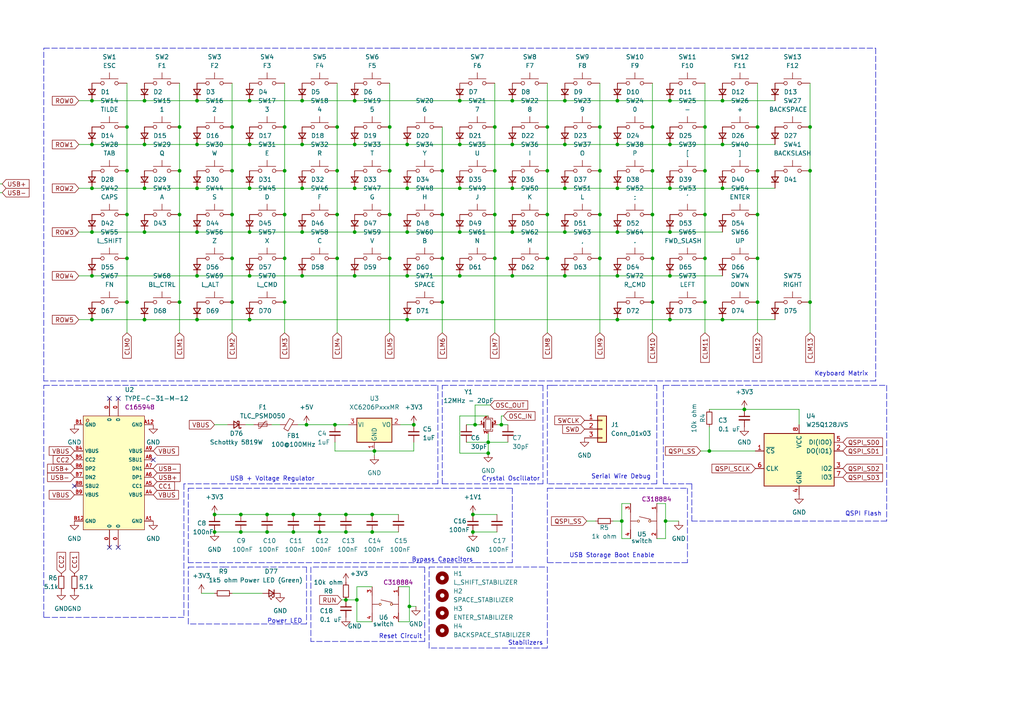
<source format=kicad_sch>
(kicad_sch (version 20211123) (generator eeschema)
  (paper "A4")
  (junction (at 82.55 74.93))
  (junction (at 234.95 87.63))
  (junction (at 41.91 67.31))
  (junction (at 133.35 54.61))
  (junction (at 194.31 54.61))
  (junction (at 87.63 41.91))
  (junction (at 204.47 36.83))
  (junction (at 148.59 41.91))
  (junction (at 88.9 123.19))
  (junction (at 57.15 80.01))
  (junction (at 67.31 87.63))
  (junction (at 189.23 49.53))
  (junction (at -67.31 43.18))
  (junction (at 234.95 36.83))
  (junction (at 189.23 62.23))
  (junction (at 179.07 92.71))
  (junction (at 57.15 67.31))
  (junction (at 97.79 62.23))
  (junction (at 143.51 62.23))
  (junction (at -45.72 43.18))
  (junction (at 57.15 29.21))
  (junction (at 100.33 154.305))
  (junction (at 141.605 128.27))
  (junction (at 72.39 54.61))
  (junction (at 204.47 87.63))
  (junction (at 69.85 154.305))
  (junction (at 26.67 29.21))
  (junction (at 143.51 49.53))
  (junction (at 41.91 29.21))
  (junction (at 113.03 62.23))
  (junction (at 194.31 67.31))
  (junction (at 62.23 149.225))
  (junction (at 180.34 151.13))
  (junction (at 209.55 54.61))
  (junction (at 97.79 49.53))
  (junction (at 72.39 29.21))
  (junction (at 113.03 36.83))
  (junction (at 194.31 29.21))
  (junction (at 148.59 80.01))
  (junction (at 219.71 74.93))
  (junction (at 62.23 154.305))
  (junction (at 179.07 41.91))
  (junction (at 204.47 49.53))
  (junction (at 163.83 54.61))
  (junction (at 57.15 41.91))
  (junction (at 97.79 36.83))
  (junction (at 85.09 149.225))
  (junction (at 103.505 173.99))
  (junction (at 41.91 41.91))
  (junction (at 26.67 67.31))
  (junction (at 41.91 54.61))
  (junction (at 148.59 54.61))
  (junction (at 92.71 149.225))
  (junction (at 173.99 74.93))
  (junction (at 26.67 41.91))
  (junction (at 194.31 80.01))
  (junction (at 118.11 92.71))
  (junction (at 52.07 36.83))
  (junction (at 137.16 154.305))
  (junction (at 26.67 92.71))
  (junction (at 82.55 87.63))
  (junction (at -53.34 43.18))
  (junction (at 67.31 74.93))
  (junction (at -58.42 43.18))
  (junction (at 82.55 36.83))
  (junction (at 163.83 67.31))
  (junction (at 118.745 175.895))
  (junction (at 205.74 130.81))
  (junction (at 72.39 41.91))
  (junction (at 77.47 149.225))
  (junction (at 87.63 67.31))
  (junction (at 100.33 173.99))
  (junction (at 102.87 41.91))
  (junction (at 158.75 36.83))
  (junction (at 209.55 92.71))
  (junction (at 158.75 62.23))
  (junction (at 82.55 62.23))
  (junction (at 148.59 67.31))
  (junction (at 219.71 62.23))
  (junction (at 137.16 149.225))
  (junction (at 141.605 131.445))
  (junction (at 87.63 29.21))
  (junction (at 113.03 74.93))
  (junction (at 118.11 80.01))
  (junction (at 173.99 62.23))
  (junction (at 194.31 41.91))
  (junction (at 57.15 92.71))
  (junction (at 36.83 74.93))
  (junction (at 173.99 36.83))
  (junction (at 36.83 87.63))
  (junction (at -55.88 43.18))
  (junction (at -50.8 43.18))
  (junction (at 158.75 49.53))
  (junction (at 118.11 67.31))
  (junction (at 219.71 49.53))
  (junction (at 128.27 62.23))
  (junction (at 148.59 29.21))
  (junction (at 108.585 130.81))
  (junction (at 194.31 92.71))
  (junction (at 219.71 36.83))
  (junction (at 128.27 87.63))
  (junction (at 67.31 62.23))
  (junction (at 113.03 49.53))
  (junction (at 209.55 41.91))
  (junction (at 145.415 123.19))
  (junction (at 163.83 29.21))
  (junction (at 179.07 80.01))
  (junction (at 179.07 54.61))
  (junction (at 163.83 80.01))
  (junction (at 209.55 29.21))
  (junction (at 143.51 74.93))
  (junction (at 107.95 154.305))
  (junction (at 97.155 123.19))
  (junction (at 82.55 49.53))
  (junction (at 36.83 36.83))
  (junction (at 215.9 118.745))
  (junction (at 102.87 29.21))
  (junction (at 133.35 29.21))
  (junction (at 52.07 49.53))
  (junction (at 193.04 151.13))
  (junction (at -38.1 43.18))
  (junction (at 26.67 54.61))
  (junction (at 118.11 41.91))
  (junction (at 67.31 49.53))
  (junction (at 87.63 54.61))
  (junction (at 36.83 49.53))
  (junction (at 102.87 67.31))
  (junction (at 102.87 54.61))
  (junction (at 100.33 149.225))
  (junction (at 52.07 62.23))
  (junction (at 36.83 62.23))
  (junction (at 41.91 92.71))
  (junction (at -41.91 43.18))
  (junction (at 189.23 87.63))
  (junction (at 204.47 74.93))
  (junction (at 204.47 62.23))
  (junction (at 26.67 80.01))
  (junction (at 173.99 49.53))
  (junction (at 219.71 87.63))
  (junction (at 133.35 41.91))
  (junction (at 67.31 36.83))
  (junction (at 133.35 67.31))
  (junction (at 143.51 36.83))
  (junction (at 133.35 80.01))
  (junction (at 128.27 74.93))
  (junction (at 128.27 49.53))
  (junction (at 137.795 123.19))
  (junction (at 72.39 67.31))
  (junction (at 120.015 123.19))
  (junction (at 72.39 80.01))
  (junction (at 118.11 54.61))
  (junction (at 107.95 149.225))
  (junction (at 85.09 154.305))
  (junction (at 234.95 49.53))
  (junction (at 179.07 67.31))
  (junction (at -48.26 43.18))
  (junction (at 69.85 149.225))
  (junction (at 189.23 36.83))
  (junction (at 158.75 74.93))
  (junction (at 102.87 80.01))
  (junction (at 163.83 41.91))
  (junction (at 97.79 74.93))
  (junction (at 92.71 154.305))
  (junction (at 57.15 54.61))
  (junction (at 72.39 92.71))
  (junction (at 87.63 80.01))
  (junction (at -72.39 43.18))
  (junction (at 179.07 29.21))
  (junction (at 52.07 87.63))
  (junction (at 77.47 154.305))
  (junction (at 189.23 74.93))
  (no_connect (at 21.59 140.97))
  (no_connect (at 44.45 133.35))
  (no_connect (at 31.75 158.75))
  (no_connect (at 34.29 158.75))
  (no_connect (at 34.29 115.57))
  (no_connect (at 31.75 115.57))
  (no_connect (at -22.86 78.74))
  (no_connect (at -22.86 88.9))
  (no_connect (at -22.86 86.36))
  (no_connect (at -22.86 83.82))
  (no_connect (at -22.86 81.28))
  (no_connect (at -22.86 73.66))
  (no_connect (at -22.86 99.06))
  (no_connect (at -22.86 96.52))
  (no_connect (at -22.86 93.98))
  (no_connect (at -22.86 91.44))
  (wire (pts (xy -48.26 43.18) (xy -45.72 43.18)))
  (wire (pts (xy 103.505 173.99) (xy 103.505 170.18)))
  (wire (pts (xy 102.87 67.31) (xy 118.11 67.31)))
  (wire (pts (xy 87.63 41.91) (xy 102.87 41.91)))
  (polyline (pts (xy 148.59 141.605) (xy 148.59 163.195)))
  (wire (pts (xy 97.79 24.13) (xy 97.79 36.83)))
  (wire (pts (xy 133.35 80.01) (xy 148.59 80.01)))
  (polyline (pts (xy 88.9 164.465) (xy 88.9 180.975)))
  (wire (pts (xy 22.86 54.61) (xy 26.67 54.61)))
  (wire (pts (xy 204.47 24.13) (xy 204.47 36.83)))
  (polyline (pts (xy 38.1 111.76) (xy 127 111.76)))
  (polyline (pts (xy 257.175 111.76) (xy 257.175 151.13)))
  (wire (pts (xy 26.67 80.01) (xy 57.15 80.01)))
  (wire (pts (xy 179.07 29.21) (xy 194.31 29.21)))
  (wire (pts (xy 143.51 24.13) (xy 143.51 36.83)))
  (wire (pts (xy 92.71 149.225) (xy 100.33 149.225)))
  (polyline (pts (xy 199.39 163.195) (xy 158.75 163.195)))
  (polyline (pts (xy 90.805 164.465) (xy 116.84 164.465)))
  (wire (pts (xy 135.255 128.27) (xy 141.605 128.27)))
  (wire (pts (xy 194.31 92.71) (xy 209.55 92.71)))
  (polyline (pts (xy 127 111.76) (xy 127 140.335)))
  (wire (pts (xy 193.04 151.13) (xy 196.85 151.13)))
  (polyline (pts (xy 53.34 179.07) (xy 12.7 179.07)))
  (polyline (pts (xy 254 13.97) (xy 254 110.49)))
  (wire (pts (xy 177.8 151.13) (xy 180.34 151.13)))
  (wire (pts (xy -50.8 43.18) (xy -50.8 45.72)))
  (wire (pts (xy 97.79 36.83) (xy 97.79 49.53)))
  (wire (pts (xy 22.86 92.71) (xy 26.67 92.71)))
  (wire (pts (xy 133.35 131.445) (xy 141.605 131.445)))
  (wire (pts (xy -1.905 53.34) (xy 0.635 53.34)))
  (wire (pts (xy 158.75 36.83) (xy 158.75 49.53)))
  (wire (pts (xy 77.47 149.225) (xy 85.09 149.225)))
  (wire (pts (xy 118.11 67.31) (xy 133.35 67.31)))
  (wire (pts (xy 113.03 49.53) (xy 113.03 62.23)))
  (wire (pts (xy 143.51 36.83) (xy 143.51 49.53)))
  (wire (pts (xy 77.47 154.305) (xy 85.09 154.305)))
  (wire (pts (xy 141.605 128.27) (xy 141.605 131.445)))
  (polyline (pts (xy 190.5 111.76) (xy 190.5 140.335)))
  (wire (pts (xy 158.75 74.93) (xy 158.75 96.52)))
  (wire (pts (xy -50.8 43.18) (xy -48.26 43.18)))
  (wire (pts (xy 204.47 62.23) (xy 204.47 74.93)))
  (wire (pts (xy 190.5 146.05) (xy 193.04 146.05)))
  (wire (pts (xy -72.39 43.18) (xy -74.93 43.18)))
  (wire (pts (xy 135.255 123.19) (xy 137.795 123.19)))
  (wire (pts (xy 204.47 36.83) (xy 204.47 49.53)))
  (wire (pts (xy 103.505 173.99) (xy 103.505 180.34)))
  (wire (pts (xy 102.87 41.91) (xy 118.11 41.91)))
  (wire (pts (xy 69.85 149.225) (xy 77.47 149.225)))
  (wire (pts (xy 102.87 54.61) (xy 118.11 54.61)))
  (polyline (pts (xy 158.75 187.96) (xy 124.46 187.96)))
  (wire (pts (xy 209.55 41.91) (xy 224.79 41.91)))
  (wire (pts (xy 36.83 49.53) (xy 36.83 62.23)))
  (wire (pts (xy -72.39 43.18) (xy -72.39 45.72)))
  (wire (pts (xy 145.415 120.65) (xy 146.05 120.65)))
  (wire (pts (xy 118.745 180.34) (xy 118.745 175.895)))
  (wire (pts (xy 97.79 62.23) (xy 97.79 74.93)))
  (wire (pts (xy 100.33 154.305) (xy 107.95 154.305)))
  (wire (pts (xy 97.79 74.93) (xy 97.79 96.52)))
  (wire (pts (xy 234.95 36.83) (xy 234.95 49.53)))
  (wire (pts (xy 52.07 24.13) (xy 52.07 36.83)))
  (polyline (pts (xy 54.61 163.195) (xy 54.61 141.605)))
  (wire (pts (xy -55.88 43.18) (xy -55.88 45.72)))
  (wire (pts (xy 148.59 80.01) (xy 163.83 80.01)))
  (wire (pts (xy 67.31 36.83) (xy 67.31 49.53)))
  (polyline (pts (xy 53.34 140.335) (xy 53.34 179.07)))
  (wire (pts (xy 204.47 74.93) (xy 204.47 87.63)))
  (polyline (pts (xy 190.5 141.605) (xy 199.39 141.605)))
  (wire (pts (xy 107.95 154.305) (xy 115.57 154.305)))
  (wire (pts (xy 205.74 123.825) (xy 205.74 130.81)))
  (wire (pts (xy 194.31 41.91) (xy 209.55 41.91)))
  (wire (pts (xy 78.74 123.19) (xy 81.28 123.19)))
  (wire (pts (xy 67.31 49.53) (xy 67.31 62.23)))
  (wire (pts (xy 67.31 87.63) (xy 67.31 96.52)))
  (wire (pts (xy 193.04 156.21) (xy 193.04 151.13)))
  (wire (pts (xy 193.04 146.05) (xy 193.04 151.13)))
  (wire (pts (xy 36.83 87.63) (xy 36.83 96.52)))
  (wire (pts (xy 209.55 29.21) (xy 224.79 29.21)))
  (wire (pts (xy 133.35 67.31) (xy 148.59 67.31)))
  (wire (pts (xy 52.07 87.63) (xy 52.07 96.52)))
  (wire (pts (xy 67.31 62.23) (xy 67.31 74.93)))
  (wire (pts (xy 57.15 80.01) (xy 72.39 80.01)))
  (wire (pts (xy 234.95 24.13) (xy 234.95 36.83)))
  (wire (pts (xy 219.71 62.23) (xy 219.71 74.93)))
  (polyline (pts (xy 124.46 164.465) (xy 128.905 164.465)))
  (wire (pts (xy 179.07 54.61) (xy 194.31 54.61)))
  (wire (pts (xy 113.03 74.93) (xy 113.03 96.52)))
  (wire (pts (xy 72.39 92.71) (xy 118.11 92.71)))
  (wire (pts (xy 82.55 74.93) (xy 82.55 87.63)))
  (wire (pts (xy 203.2 130.81) (xy 205.74 130.81)))
  (wire (pts (xy 85.09 154.305) (xy 92.71 154.305)))
  (polyline (pts (xy 128.27 140.335) (xy 128.27 111.76)))
  (wire (pts (xy 173.99 36.83) (xy 173.99 49.53)))
  (polyline (pts (xy 54.61 180.975) (xy 54.61 164.465)))
  (polyline (pts (xy 12.7 110.49) (xy 12.7 13.97)))
  (wire (pts (xy 219.71 24.13) (xy 219.71 36.83)))
  (wire (pts (xy 190.5 156.21) (xy 193.04 156.21)))
  (wire (pts (xy 170.18 151.13) (xy 172.72 151.13)))
  (wire (pts (xy 163.83 29.21) (xy 179.07 29.21)))
  (polyline (pts (xy 90.17 164.465) (xy 90.17 186.055)))
  (wire (pts (xy -58.42 43.18) (xy -55.88 43.18)))
  (wire (pts (xy 103.505 180.34) (xy 107.95 180.34)))
  (wire (pts (xy 41.91 41.91) (xy 57.15 41.91)))
  (wire (pts (xy 115.57 170.18) (xy 118.745 170.18)))
  (polyline (pts (xy 162.56 141.605) (xy 190.5 141.605)))
  (wire (pts (xy 102.87 29.21) (xy 133.35 29.21)))
  (wire (pts (xy 57.15 54.61) (xy 72.39 54.61)))
  (wire (pts (xy 57.15 29.21) (xy 72.39 29.21)))
  (wire (pts (xy 97.79 49.53) (xy 97.79 62.23)))
  (wire (pts (xy 103.505 170.18) (xy 107.95 170.18)))
  (wire (pts (xy 173.99 62.23) (xy 173.99 74.93)))
  (polyline (pts (xy 158.75 111.76) (xy 160.02 111.76)))
  (wire (pts (xy 118.11 80.01) (xy 133.35 80.01)))
  (wire (pts (xy 22.86 41.91) (xy 26.67 41.91)))
  (polyline (pts (xy 192.405 140.335) (xy 192.405 111.76)))
  (polyline (pts (xy 160.02 111.76) (xy 190.5 111.76)))
  (wire (pts (xy -106.68 104.14) (xy -102.235 104.14)))
  (wire (pts (xy 205.74 118.745) (xy 215.9 118.745)))
  (wire (pts (xy 118.11 92.71) (xy 179.07 92.71)))
  (wire (pts (xy 219.71 36.83) (xy 219.71 49.53)))
  (wire (pts (xy -67.31 43.18) (xy -72.39 43.18)))
  (wire (pts (xy 62.23 123.19) (xy 66.04 123.19)))
  (wire (pts (xy 118.11 41.91) (xy 133.35 41.91)))
  (wire (pts (xy 234.95 49.53) (xy 234.95 87.63)))
  (wire (pts (xy -63.5 43.18) (xy -58.42 43.18)))
  (polyline (pts (xy 148.59 163.195) (xy 138.43 163.195)))
  (wire (pts (xy -74.93 43.18) (xy -74.93 45.72)))
  (wire (pts (xy 52.07 62.23) (xy 52.07 87.63)))
  (polyline (pts (xy 114.3 13.97) (xy 254 13.97)))
  (wire (pts (xy 88.9 123.19) (xy 97.155 123.19)))
  (polyline (pts (xy 195.58 111.76) (xy 257.175 111.76)))
  (wire (pts (xy 72.39 67.31) (xy 87.63 67.31)))
  (wire (pts (xy 82.55 87.63) (xy 82.55 96.52)))
  (wire (pts (xy 36.83 24.13) (xy 36.83 36.83)))
  (wire (pts (xy 189.23 87.63) (xy 189.23 96.52)))
  (wire (pts (xy -63.5 43.18) (xy -63.5 45.72)))
  (polyline (pts (xy 158.75 141.605) (xy 162.56 141.605)))
  (wire (pts (xy 180.34 151.13) (xy 180.34 146.05)))
  (wire (pts (xy 189.23 24.13) (xy 189.23 36.83)))
  (wire (pts (xy 82.55 62.23) (xy 82.55 74.93)))
  (wire (pts (xy 120.015 128.27) (xy 120.015 130.81)))
  (wire (pts (xy 62.23 149.225) (xy 69.85 149.225)))
  (wire (pts (xy -48.26 43.18) (xy -48.26 45.72)))
  (wire (pts (xy -38.1 45.72) (xy -38.1 43.18)))
  (wire (pts (xy 128.27 74.93) (xy 128.27 87.63)))
  (wire (pts (xy 36.83 36.83) (xy 36.83 49.53)))
  (wire (pts (xy 67.31 24.13) (xy 67.31 36.83)))
  (wire (pts (xy -22.86 55.88) (xy -6.985 55.88)))
  (wire (pts (xy 100.33 173.99) (xy 103.505 173.99)))
  (wire (pts (xy 67.31 74.93) (xy 67.31 87.63)))
  (wire (pts (xy 163.83 41.91) (xy 179.07 41.91)))
  (wire (pts (xy 163.83 80.01) (xy 179.07 80.01)))
  (wire (pts (xy 69.85 154.305) (xy 77.47 154.305)))
  (wire (pts (xy 209.55 92.71) (xy 224.79 92.71)))
  (wire (pts (xy -41.91 43.18) (xy -45.72 43.18)))
  (wire (pts (xy 82.55 49.53) (xy 82.55 62.23)))
  (wire (pts (xy 194.31 80.01) (xy 209.55 80.01)))
  (wire (pts (xy -58.42 43.18) (xy -58.42 45.72)))
  (wire (pts (xy 62.23 154.305) (xy 69.85 154.305)))
  (wire (pts (xy 26.67 41.91) (xy 41.91 41.91)))
  (wire (pts (xy 133.35 120.65) (xy 133.35 131.445)))
  (polyline (pts (xy 199.39 141.605) (xy 199.39 163.195)))
  (wire (pts (xy 22.86 67.31) (xy 26.67 67.31)))
  (wire (pts (xy -97.155 104.14) (xy -86.36 104.14)))
  (wire (pts (xy 102.87 80.01) (xy 118.11 80.01)))
  (wire (pts (xy 22.86 29.21) (xy 26.67 29.21)))
  (wire (pts (xy 72.39 29.21) (xy 87.63 29.21)))
  (wire (pts (xy 194.31 67.31) (xy 209.55 67.31)))
  (wire (pts (xy 137.795 117.475) (xy 142.24 117.475)))
  (wire (pts (xy 113.03 62.23) (xy 113.03 74.93)))
  (wire (pts (xy 180.34 151.13) (xy 180.34 156.21)))
  (wire (pts (xy -41.91 45.72) (xy -41.91 43.18)))
  (wire (pts (xy 173.99 74.93) (xy 173.99 96.52)))
  (wire (pts (xy 113.03 24.13) (xy 113.03 36.83)))
  (wire (pts (xy -45.72 45.72) (xy -45.72 43.18)))
  (wire (pts (xy 97.155 128.27) (xy 97.155 130.81)))
  (wire (pts (xy 231.775 118.745) (xy 215.9 118.745)))
  (polyline (pts (xy 128.905 164.465) (xy 158.75 164.465)))
  (wire (pts (xy 26.67 29.21) (xy 41.91 29.21)))
  (polyline (pts (xy 157.48 111.76) (xy 157.48 140.335)))
  (wire (pts (xy 41.91 67.31) (xy 57.15 67.31)))
  (polyline (pts (xy 158.75 163.195) (xy 158.75 141.605)))
  (wire (pts (xy 158.75 49.53) (xy 158.75 62.23)))
  (wire (pts (xy 141.605 120.65) (xy 133.35 120.65)))
  (wire (pts (xy 72.39 54.61) (xy 87.63 54.61)))
  (wire (pts (xy 57.15 67.31) (xy 72.39 67.31)))
  (wire (pts (xy 137.16 154.305) (xy 144.145 154.305)))
  (wire (pts (xy 209.55 54.61) (xy 224.79 54.61)))
  (wire (pts (xy 99.06 173.99) (xy 100.33 173.99)))
  (wire (pts (xy 87.63 29.21) (xy 102.87 29.21)))
  (wire (pts (xy 144.145 123.19) (xy 145.415 123.19)))
  (polyline (pts (xy 54.61 141.605) (xy 62.23 141.605)))
  (wire (pts (xy 58.42 172.085) (xy 62.23 172.085)))
  (polyline (pts (xy 88.9 180.975) (xy 54.61 180.975)))
  (wire (pts (xy 92.71 154.305) (xy 100.33 154.305)))
  (wire (pts (xy -1.905 55.88) (xy 0.635 55.88)))
  (wire (pts (xy 219.71 49.53) (xy 219.71 62.23)))
  (wire (pts (xy 145.415 123.19) (xy 147.32 123.19)))
  (polyline (pts (xy 200.66 151.13) (xy 200.66 140.335)))
  (wire (pts (xy 41.91 29.21) (xy 57.15 29.21)))
  (wire (pts (xy 189.23 49.53) (xy 189.23 62.23)))
  (polyline (pts (xy 62.23 141.605) (xy 138.43 141.605)))
  (wire (pts (xy 118.745 170.18) (xy 118.745 175.895)))
  (wire (pts (xy 22.86 80.01) (xy 26.67 80.01)))
  (wire (pts (xy 148.59 41.91) (xy 163.83 41.91)))
  (polyline (pts (xy 12.7 13.97) (xy 114.3 13.97)))
  (polyline (pts (xy 128.27 111.76) (xy 130.81 111.76)))
  (wire (pts (xy 36.83 62.23) (xy 36.83 74.93)))
  (wire (pts (xy 41.91 92.71) (xy 57.15 92.71)))
  (wire (pts (xy 87.63 67.31) (xy 102.87 67.31)))
  (wire (pts (xy 158.75 24.13) (xy 158.75 36.83)))
  (wire (pts (xy 128.27 87.63) (xy 128.27 96.52)))
  (wire (pts (xy 189.23 36.83) (xy 189.23 49.53)))
  (wire (pts (xy 128.27 49.53) (xy 128.27 62.23)))
  (wire (pts (xy 52.07 36.83) (xy 52.07 49.53)))
  (polyline (pts (xy 130.81 111.76) (xy 157.48 111.76)))
  (wire (pts (xy 204.47 49.53) (xy 204.47 62.23)))
  (wire (pts (xy 108.585 130.81) (xy 108.585 132.08)))
  (wire (pts (xy 234.95 87.63) (xy 234.95 96.52)))
  (wire (pts (xy 158.75 62.23) (xy 158.75 74.93)))
  (wire (pts (xy 179.07 41.91) (xy 194.31 41.91)))
  (wire (pts (xy -53.34 43.18) (xy -53.34 45.72)))
  (wire (pts (xy 219.71 87.63) (xy 219.71 96.52)))
  (polyline (pts (xy 12.7 179.07) (xy 12.7 111.76)))
  (wire (pts (xy 163.83 67.31) (xy 179.07 67.31)))
  (wire (pts (xy 137.795 123.19) (xy 139.065 123.19)))
  (wire (pts (xy 57.15 41.91) (xy 72.39 41.91)))
  (wire (pts (xy 108.585 130.81) (xy 120.015 130.81)))
  (wire (pts (xy 179.07 80.01) (xy 194.31 80.01)))
  (wire (pts (xy 141.605 128.27) (xy 147.32 128.27)))
  (wire (pts (xy 86.36 123.19) (xy 88.9 123.19)))
  (wire (pts (xy 137.16 149.225) (xy 144.145 149.225)))
  (wire (pts (xy 72.39 41.91) (xy 87.63 41.91)))
  (polyline (pts (xy 123.19 186.055) (xy 90.17 186.055)))
  (wire (pts (xy -38.1 43.18) (xy -41.91 43.18)))
  (polyline (pts (xy 190.5 140.335) (xy 158.75 140.335)))
  (wire (pts (xy 52.07 49.53) (xy 52.07 62.23)))
  (wire (pts (xy -67.31 43.18) (xy -67.31 45.72)))
  (wire (pts (xy 180.34 146.05) (xy 182.88 146.05)))
  (wire (pts (xy 128.27 36.83) (xy 128.27 49.53)))
  (wire (pts (xy 41.91 54.61) (xy 57.15 54.61)))
  (polyline (pts (xy 254 110.49) (xy 12.7 110.49)))
  (wire (pts (xy 194.31 29.21) (xy 209.55 29.21)))
  (polyline (pts (xy 192.405 111.76) (xy 195.58 111.76)))
  (wire (pts (xy 143.51 74.93) (xy 143.51 96.52)))
  (wire (pts (xy 107.95 149.225) (xy 115.57 149.225)))
  (polyline (pts (xy 127 140.335) (xy 53.34 140.335)))
  (wire (pts (xy 179.07 67.31) (xy 194.31 67.31)))
  (polyline (pts (xy 123.19 164.465) (xy 123.19 186.055)))
  (wire (pts (xy 141.605 125.73) (xy 141.605 128.27)))
  (wire (pts (xy -53.34 43.18) (xy -50.8 43.18)))
  (wire (pts (xy 148.59 29.21) (xy 163.83 29.21)))
  (polyline (pts (xy 12.7 111.76) (xy 38.1 111.76)))
  (wire (pts (xy 143.51 62.23) (xy 143.51 74.93)))
  (polyline (pts (xy 54.61 164.465) (xy 64.77 164.465)))
  (wire (pts (xy 97.155 130.81) (xy 108.585 130.81)))
  (wire (pts (xy 137.795 123.19) (xy 137.795 117.475)))
  (wire (pts (xy 82.55 24.13) (xy 82.55 36.83)))
  (wire (pts (xy 219.71 74.93) (xy 219.71 87.63)))
  (wire (pts (xy 57.15 92.71) (xy 72.39 92.71)))
  (wire (pts (xy 113.03 36.83) (xy 113.03 49.53)))
  (wire (pts (xy 82.55 36.83) (xy 82.55 49.53)))
  (wire (pts (xy 71.12 123.19) (xy 73.66 123.19)))
  (wire (pts (xy 36.83 74.93) (xy 36.83 87.63)))
  (wire (pts (xy 87.63 80.01) (xy 102.87 80.01)))
  (wire (pts (xy 189.23 62.23) (xy 189.23 74.93)))
  (polyline (pts (xy 137.795 141.605) (xy 148.59 141.605)))
  (wire (pts (xy 118.745 175.895) (xy 120.65 175.895)))
  (polyline (pts (xy 200.66 140.335) (xy 192.405 140.335)))
  (wire (pts (xy 133.35 41.91) (xy 148.59 41.91)))
  (polyline (pts (xy 116.84 164.465) (xy 123.19 164.465)))
  (wire (pts (xy 128.27 62.23) (xy 128.27 74.93)))
  (wire (pts (xy 180.34 156.21) (xy 182.88 156.21)))
  (wire (pts (xy 204.47 87.63) (xy 204.47 96.52)))
  (polyline (pts (xy 257.175 151.13) (xy 200.66 151.13)))
  (wire (pts (xy 26.67 92.71) (xy 41.91 92.71)))
  (wire (pts (xy 133.35 54.61) (xy 148.59 54.61)))
  (wire (pts (xy 143.51 49.53) (xy 143.51 62.23)))
  (wire (pts (xy 85.09 149.225) (xy 92.71 149.225)))
  (wire (pts (xy 26.67 54.61) (xy 41.91 54.61)))
  (wire (pts (xy 67.31 172.085) (xy 76.2 172.085)))
  (wire (pts (xy 118.11 54.61) (xy 133.35 54.61)))
  (polyline (pts (xy 124.46 187.96) (xy 124.46 164.465)))
  (wire (pts (xy -55.88 43.18) (xy -53.34 43.18)))
  (wire (pts (xy 26.67 67.31) (xy 41.91 67.31)))
  (wire (pts (xy 133.35 29.21) (xy 148.59 29.21)))
  (polyline (pts (xy 138.43 163.195) (xy 54.61 163.195)))
  (wire (pts (xy 205.74 130.81) (xy 219.075 130.81)))
  (wire (pts (xy 189.23 74.93) (xy 189.23 87.63)))
  (wire (pts (xy 116.205 123.19) (xy 120.015 123.19)))
  (wire (pts (xy 163.83 54.61) (xy 179.07 54.61)))
  (wire (pts (xy 148.59 67.31) (xy 163.83 67.31)))
  (wire (pts (xy 72.39 80.01) (xy 87.63 80.01)))
  (wire (pts (xy 173.99 49.53) (xy 173.99 62.23)))
  (wire (pts (xy 87.63 54.61) (xy 102.87 54.61)))
  (polyline (pts (xy 158.75 140.335) (xy 158.75 111.76)))
  (wire (pts (xy -22.86 53.34) (xy -6.985 53.34)))
  (wire (pts (xy 100.33 149.225) (xy 107.95 149.225)))
  (polyline (pts (xy 157.48 140.335) (xy 128.27 140.335)))
  (polyline (pts (xy 158.75 164.465) (xy 158.75 187.96)))
  (wire (pts (xy 115.57 180.34) (xy 118.745 180.34)))
  (wire (pts (xy 173.99 24.13) (xy 173.99 36.83)))
  (wire (pts (xy 194.31 54.61) (xy 209.55 54.61)))
  (wire (pts (xy 231.775 123.19) (xy 231.775 118.745)))
  (polyline (pts (xy 64.77 164.465) (xy 88.9 164.465)))
  (wire (pts (xy 179.07 92.71) (xy 194.31 92.71)))
  (wire (pts (xy 97.155 123.19) (xy 100.965 123.19)))
  (wire (pts (xy 148.59 54.61) (xy 163.83 54.61)))
  (wire (pts (xy 145.415 123.19) (xy 145.415 120.65)))
  (text "Reset Circuit" (at 109.855 185.42 0) (effects (font (size 1.27 1.27)) (justify left bottom)))
  (text "USB Storage Boot Enable" (at 165.1 161.925 0) (effects (font (size 1.27 1.27)) (justify left bottom)))
  (text "1uF caps near VREG_IN and VREG_OUT" (at -109.22 22.225 0) (effects (font (size 1.27 1.27)) (justify left bottom)))
  (text "USB + Voltage Regulator" (at 66.675 139.7 0) (effects (font (size 1.27 1.27)) (justify left bottom)))
  (text "Crystal Oscillator" (at 139.7 139.7 0) (effects (font (size 1.27 1.27)) (justify left bottom)))
  (text "Power LED" (at 77.47 180.975 0) (effects (font (size 1.27 1.27)) (justify left bottom)))
  (text "Keyboard Matrix" (at 236.22 109.22 0) (effects (font (size 1.27 1.27)) (justify left bottom)))
  (text "Bypass Capacitors" (at 119.38 163.195 0) (effects (font (size 1.27 1.27)) (justify left bottom)))
  (text "QSPI Flash" (at 245.11 149.86 0) (effects (font (size 1.27 1.27)) (justify left bottom)))
  (text "Stabilizers" (at 147.32 187.325 0) (effects (font (size 1.27 1.27)) (justify left bottom)))
  (text "Serial Wire Debug" (at 171.45 139.065 0) (effects (font (size 1.27 1.27)) (justify left bottom)))
  (global_label "CLM1" (shape input) (at 52.07 96.52 270) (property "Intersheet References" "${INTERSHEET_REFS}" (effects hide)))
  (global_label "SWCLK" (shape input) (at 169.545 121.92 180) (property "Intersheet References" "${INTERSHEET_REFS}" (effects hide)))
  (global_label "VBUS" (shape input) (at 21.59 143.51 180) (property "Intersheet References" "${INTERSHEET_REFS}" (effects hide)))
  (global_label "RUN" (shape input) (at 99.06 173.99 180) (property "Intersheet References" "${INTERSHEET_REFS}" (effects hide)))
  (global_label "CC2" (shape input) (at 17.78 166.37 90) (property "Intersheet References" "${INTERSHEET_REFS}" (effects hide)))
  (global_label "USB+" (shape input) (at 21.59 135.89 180) (property "Intersheet References" "${INTERSHEET_REFS}" (effects hide)))
  (global_label "XOUT_MCU" (shape input) (at -94.615 104.14 270) (property "Intersheet References" "${INTERSHEET_REFS}" (effects hide)))
  (global_label "QSPI_SD1" (shape input) (at -86.36 71.12 180) (property "Intersheet References" "${INTERSHEET_REFS}" (effects hide)))
  (global_label "CLM4" (shape input) (at -22.86 66.04 0) (property "Intersheet References" "${INTERSHEET_REFS}" (effects hide)))
  (global_label "CLM11" (shape input) (at 204.47 96.52 270) (property "Intersheet References" "${INTERSHEET_REFS}" (effects hide)))
  (global_label "CLM2" (shape input) (at -22.86 68.58 0) (property "Intersheet References" "${INTERSHEET_REFS}" (effects hide)))
  (global_label "CLM3" (shape input) (at 82.55 96.52 270) (property "Intersheet References" "${INTERSHEET_REFS}" (effects hide)))
  (global_label "QSPI_SCLK" (shape input) (at -86.36 80.01 180) (property "Intersheet References" "${INTERSHEET_REFS}" (effects hide)))
  (global_label "USB-" (shape input) (at 44.45 135.89 0) (property "Intersheet References" "${INTERSHEET_REFS}" (effects hide)))
  (global_label "SWCLK" (shape input) (at -86.36 128.27 180) (property "Intersheet References" "${INTERSHEET_REFS}" (effects hide)))
  (global_label "CLM7" (shape input) (at 143.51 96.52 270) (property "Intersheet References" "${INTERSHEET_REFS}" (effects hide)))
  (global_label "CLM6" (shape input) (at 128.27 96.52 270) (property "Intersheet References" "${INTERSHEET_REFS}" (effects hide)))
  (global_label "ROW5" (shape input) (at 22.86 92.71 180) (property "Intersheet References" "${INTERSHEET_REFS}" (effects hide)))
  (global_label "ROW5" (shape input) (at -22.86 124.46 0) (property "Intersheet References" "${INTERSHEET_REFS}" (effects hide)))
  (global_label "OSC_OUT" (shape input) (at -86.36 99.06 180) (property "Intersheet References" "${INTERSHEET_REFS}" (effects hide)))
  (global_label "CLM0" (shape input) (at -22.86 139.7 0) (property "Intersheet References" "${INTERSHEET_REFS}" (effects hide)))
  (global_label "OSC_OUT" (shape input) (at 142.24 117.475 0) (property "Intersheet References" "${INTERSHEET_REFS}" (effects hide)))
  (global_label "QSPI_SD3" (shape input) (at -86.36 76.2 180) (property "Intersheet References" "${INTERSHEET_REFS}" (effects hide)))
  (global_label "OSC_IN" (shape input) (at 146.05 120.65 0) (property "Intersheet References" "${INTERSHEET_REFS}" (effects hide)))
  (global_label "USB_MCU+" (shape input) (at -12.7 53.34 90) (property "Intersheet References" "${INTERSHEET_REFS}" (effects hide)))
  (global_label "CLM7" (shape input) (at -22.86 119.38 0) (property "Intersheet References" "${INTERSHEET_REFS}" (effects hide)))
  (global_label "CLM11" (shape input) (at -22.86 109.22 0) (property "Intersheet References" "${INTERSHEET_REFS}" (effects hide)))
  (global_label "ROW1" (shape input) (at 22.86 41.91 180) (property "Intersheet References" "${INTERSHEET_REFS}" (effects hide)))
  (global_label "ROW3" (shape input) (at -22.86 137.16 0) (property "Intersheet References" "${INTERSHEET_REFS}" (effects hide)))
  (global_label "USB+" (shape input) (at 44.45 138.43 0) (property "Intersheet References" "${INTERSHEET_REFS}" (effects hide)))
  (global_label "CLM8" (shape input) (at -22.86 116.84 0) (property "Intersheet References" "${INTERSHEET_REFS}" (effects hide)))
  (global_label "CLM4" (shape input) (at 97.79 96.52 270) (property "Intersheet References" "${INTERSHEET_REFS}" (effects hide)))
  (global_label "ROW2" (shape input) (at 22.86 54.61 180) (property "Intersheet References" "${INTERSHEET_REFS}" (effects hide)))
  (global_label "CLM2" (shape input) (at 67.31 96.52 270) (property "Intersheet References" "${INTERSHEET_REFS}" (effects hide)))
  (global_label "OSC_IN" (shape input) (at -106.68 104.14 180) (property "Intersheet References" "${INTERSHEET_REFS}" (effects hide)))
  (global_label "QSPI_SD2" (shape input) (at -86.36 73.66 180) (property "Intersheet References" "${INTERSHEET_REFS}" (effects hide)))
  (global_label "USB_MCU-" (shape input) (at -12.7 55.88 270) (property "Intersheet References" "${INTERSHEET_REFS}" (effects hide)))
  (global_label "ROW3" (shape input) (at 22.86 67.31 180) (property "Intersheet References" "${INTERSHEET_REFS}" (effects hide)))
  (global_label "CC1" (shape input) (at 21.59 166.37 90) (property "Intersheet References" "${INTERSHEET_REFS}" (effects hide)))
  (global_label "QSPI_SS" (shape input) (at 203.2 130.81 180) (property "Intersheet References" "${INTERSHEET_REFS}" (effects hide)))
  (global_label "QSPI_SS" (shape input) (at 170.18 151.13 180) (property "Intersheet References" "${INTERSHEET_REFS}" (effects hide)))
  (global_label "QSPI_SD2" (shape input) (at 244.475 135.89 0) (property "Intersheet References" "${INTERSHEET_REFS}" (effects hide)))
  (global_label "QSPI_SD1" (shape input) (at 244.475 130.81 0) (property "Intersheet References" "${INTERSHEET_REFS}" (effects hide)))
  (global_label "QSPI_SCLK" (shape input) (at 219.075 135.89 180) (property "Intersheet References" "${INTERSHEET_REFS}" (effects hide)))
  (global_label "USB+" (shape input) (at 0.635 53.34 0) (property "Intersheet References" "${INTERSHEET_REFS}" (effects hide)))
  (global_label "CLM10" (shape input) (at -22.86 111.76 0) (property "Intersheet References" "${INTERSHEET_REFS}" (effects hide)))
  (global_label "VBUS" (shape input) (at 21.59 130.81 180) (property "Intersheet References" "${INTERSHEET_REFS}" (effects hide)))
  (global_label "SWD" (shape input) (at -86.36 130.81 180) (property "Intersheet References" "${INTERSHEET_REFS}" (effects hide)))
  (global_label "ROW4" (shape input) (at 22.86 80.01 180) (property "Intersheet References" "${INTERSHEET_REFS}" (effects hide)))
  (global_label "ROW0" (shape input) (at -22.86 132.08 0) (property "Intersheet References" "${INTERSHEET_REFS}" (effects hide)))
  (global_label "CLM3" (shape input) (at -22.86 63.5 0) (property "Intersheet References" "${INTERSHEET_REFS}" (effects hide)))
  (global_label "ROW0" (shape input) (at 22.86 29.21 180) (property "Intersheet References" "${INTERSHEET_REFS}" (effects hide)))
  (global_label "QSPI_SD0" (shape input) (at -86.36 68.58 180) (property "Intersheet References" "${INTERSHEET_REFS}" (effects hide)))
  (global_label "CLM12" (shape input) (at 219.71 96.52 270) (property "Intersheet References" "${INTERSHEET_REFS}" (effects hide)))
  (global_label "CLM0" (shape input) (at 36.83 96.52 270) (property "Intersheet References" "${INTERSHEET_REFS}" (effects hide)))
  (global_label "CLM9" (shape input) (at -22.86 114.3 0) (property "Intersheet References" "${INTERSHEET_REFS}" (effects hide)))
  (global_label "CC1" (shape input) (at 44.45 140.97 0) (property "Intersheet References" "${INTERSHEET_REFS}" (effects hide)))
  (global_label "VBUS" (shape input) (at 44.45 130.81 0) (property "Intersheet References" "${INTERSHEET_REFS}" (effects hide)))
  (global_label "RUN" (shape input) (at -86.36 116.84 180) (property "Intersheet References" "${INTERSHEET_REFS}" (effects hide)))
  (global_label "QSPI_SD0" (shape input) (at 244.475 128.27 0) (property "Intersheet References" "${INTERSHEET_REFS}" (effects hide)))
  (global_label "SWD" (shape input) (at 169.545 124.46 180) (property "Intersheet References" "${INTERSHEET_REFS}" (effects hide)))
  (global_label "USB-" (shape input) (at 21.59 138.43 180) (property "Intersheet References" "${INTERSHEET_REFS}" (effects hide)))
  (global_label "CC2" (shape input) (at 21.59 133.35 180) (property "Intersheet References" "${INTERSHEET_REFS}" (effects hide)))
  (global_label "CLM12" (shape input) (at -22.86 106.68 0) (property "Intersheet References" "${INTERSHEET_REFS}" (effects hide)))
  (global_label "QSPI_SS" (shape input) (at -86.36 64.77 180) (property "Intersheet References" "${INTERSHEET_REFS}" (effects hide)))
  (global_label "CLM10" (shape input) (at 189.23 96.52 270) (property "Intersheet References" "${INTERSHEET_REFS}" (effects hide)))
  (global_label "USB-" (shape input) (at 0.635 55.88 0) (property "Intersheet References" "${INTERSHEET_REFS}" (effects hide)))
  (global_label "QSPI_SD3" (shape input) (at 244.475 138.43 0) (property "Intersheet References" "${INTERSHEET_REFS}" (effects hide)))
  (global_label "ROW4" (shape input) (at -22.86 101.6 0) (property "Intersheet References" "${INTERSHEET_REFS}" (effects hide)))
  (global_label "CLM6" (shape input) (at -22.86 121.92 0) (property "Intersheet References" "${INTERSHEET_REFS}" (effects hide)))
  (global_label "ROW2" (shape input) (at -22.86 134.62 0) (property "Intersheet References" "${INTERSHEET_REFS}" (effects hide)))
  (global_label "ROW1" (shape input) (at -22.86 127 0) (property "Intersheet References" "${INTERSHEET_REFS}" (effects hide)))
  (global_label "VBUS" (shape input) (at 44.45 143.51 0) (property "Intersheet References" "${INTERSHEET_REFS}" (effects hide)))
  (global_label "VBUS" (shape input) (at 62.23 123.19 180) (property "Intersheet References" "${INTERSHEET_REFS}" (effects hide)))
  (global_label "CLM13" (shape input) (at -22.86 104.14 0) (property "Intersheet References" "${INTERSHEET_REFS}" (effects hide)))
  (global_label "CLM8" (shape input) (at 158.75 96.52 270) (property "Intersheet References" "${INTERSHEET_REFS}" (effects hide)))
  (global_label "CLM5" (shape input) (at 113.03 96.52 270) (property "Intersheet References" "${INTERSHEET_REFS}" (effects hide)))
  (global_label "CLM1" (shape input) (at -22.86 71.12 0) (property "Intersheet References" "${INTERSHEET_REFS}" (effects hide)))
  (global_label "CLM13" (shape input) (at 234.95 96.52 270) (property "Intersheet References" "${INTERSHEET_REFS}" (effects hide)))
  (global_label "CLM9" (shape input) (at 173.99 96.52 270) (property "Intersheet References" "${INTERSHEET_REFS}" (effects hide)))
  (global_label "CLM5" (shape input) (at -22.86 76.2 0) (property "Intersheet References" "${INTERSHEET_REFS}" (effects hide)))
  (symbol (lib_id "Switch:SW_Push") (at 214.63 74.93 0) (unit 1)
    (property "Reference" "SW66" (at 214.63 67.31 0))
    (property "Value" "UP" (at 214.63 69.85 0))
    (property "Footprint" "Switch_Keyboard_Hotswap_Kailh:SW_Hotswap_Kailh_MX_1.00u" (effects hide))
  )
  (symbol (lib_id "Switch:SW_Push") (at 46.99 87.63 0) (unit 1)
    (property "Reference" "SW68" (at 46.99 80.01 0))
    (property "Value" "BL_CTRL" (at 46.99 82.55 0))
    (property "Footprint" "Switch_Keyboard_Hotswap_Kailh:SW_Hotswap_Kailh_MX_1.00u" (effects hide))
  )
  (symbol (lib_id "Device:D_Small") (at 209.55 52.07 90) (unit 1)
    (property "Reference" "D40" (at 212.09 52.07 90) (effects (justify right)))
    (property "Value" "D_Small" (effects hide))
    (property "Footprint" "Diode_SMD:D_SOD-123" (effects hide))
  )
  (symbol (lib_id "power:GND") (at 44.45 123.19 0) (unit 1)
    (property "Reference" "#PWR010" (effects hide))
    (property "Value" "GND" (at 44.45 128.27 0))
  )
  (symbol (lib_id "Device:D_Small") (at 163.83 39.37 90) (unit 1)
    (property "Reference" "D23" (at 166.37 39.37 90) (effects (justify right)))
    (property "Value" "D_Small" (effects hide))
    (property "Footprint" "Diode_SMD:D_SOD-123" (effects hide))
  )
  (symbol (lib_id "Device:D_Small") (at 41.91 90.17 90) (unit 1)
    (property "Reference" "D68" (at 44.45 90.17 90) (effects (justify right)))
    (property "Value" "D_Small" (effects hide))
    (property "Footprint" "Diode_SMD:D_SOD-123" (effects hide))
  )
  (symbol (lib_id "power:GND") (at 215.9 123.825 0) (unit 1)
    (property "Reference" "#PWR013" (effects hide))
    (property "Value" "GND" (at 215.9 128.27 0))
  )
  (symbol (lib_id "Device:C_Small") (at 77.47 151.765 0) (unit 1)
    (property "Reference" "C10" (at 76.2 156.845 0) (effects (justify left)))
    (property "Value" "100nF" (at 74.93 159.385 0) (effects (justify left)))
    (property "Footprint" "Capacitor_SMD:C_0402_1005Metric" (effects hide))
  )
  (symbol (lib_id "Device:R_Small") (at 205.74 121.285 0) (unit 1)
    (property "Reference" "R4" (at 203.835 121.285 90))
    (property "Value" "10k ohm" (at 201.295 121.285 90))
    (property "Footprint" "Resistor_SMD:R_0402_1005Metric" (effects hide))
  )
  (symbol (lib_id "Switch:SW_Push") (at 138.43 36.83 0) (unit 1)
    (property "Reference" "SW21" (at 138.43 29.21 0))
    (property "Value" "7" (at 138.43 31.75 0))
    (property "Footprint" "Switch_Keyboard_Hotswap_Kailh:SW_Hotswap_Kailh_MX_1.00u" (effects hide))
  )
  (symbol (lib_id "power:+1V1") (at -82.55 35.56 0) (unit 1)
    (property "Reference" "#PWR02" (effects hide))
    (property "Value" "+1V1" (at -82.55 30.48 0))
  )
  (symbol (lib_id "power:+3.3V") (at 58.42 172.085 0) (unit 1)
    (property "Reference" "#PWR030" (effects hide))
    (property "Value" "+3.3V" (at 58.42 167.005 0))
  )
  (symbol (lib_id "Device:C_Small") (at -90.17 38.1 0) (unit 1)
    (property "Reference" "C1" (at -95.25 38.1 0) (effects (justify left)))
    (property "Value" "1uF" (at -95.25 40.64 0) (effects (justify left)))
    (property "Footprint" "Capacitor_SMD:C_0402_1005Metric" (effects hide))
  )
  (symbol (lib_id "power:GND") (at 108.585 132.08 0) (unit 1)
    (property "Reference" "#PWR016" (effects hide))
    (property "Value" "GND" (at 108.585 137.16 0))
  )
  (symbol (lib_id "Device:D_Small") (at 87.63 26.67 90) (unit 1)
    (property "Reference" "D5" (at 90.17 26.67 90) (effects (justify right)))
    (property "Value" "D_Small" (effects hide))
    (property "Footprint" "Diode_SMD:D_SOD-123" (effects hide))
  )
  (symbol (lib_id "Switch:SW_Push") (at 107.95 49.53 0) (unit 1)
    (property "Reference" "SW33" (at 107.95 41.91 0))
    (property "Value" "T" (at 107.95 44.45 0))
    (property "Footprint" "Switch_Keyboard_Hotswap_Kailh:SW_Hotswap_Kailh_MX_1.00u" (effects hide))
  )
  (symbol (lib_id "Mechanical:MountingHole") (at 128.27 172.72 0) (unit 1)
    (property "Reference" "H2" (at 131.445 171.4499 0) (effects (justify left)))
    (property "Value" "SPACE_STABILIZER" (at 131.445 173.9899 0) (effects (justify left)))
    (property "Footprint" "Mounting_Keyboard_Stabilizer:Stabilizer_Cherry_MX_6.25u" (effects hide))
  )
  (symbol (lib_id "Switch:SW_Push") (at 184.15 36.83 0) (unit 1)
    (property "Reference" "SW24" (at 184.15 29.21 0))
    (property "Value" "0" (at 184.15 31.75 0))
    (property "Footprint" "Switch_Keyboard_Hotswap_Kailh:SW_Hotswap_Kailh_MX_1.00u" (effects hide))
  )
  (symbol (lib_id "Device:D_Small") (at 163.83 26.67 90) (unit 1)
    (property "Reference" "D9" (at 166.37 26.67 90) (effects (justify right)))
    (property "Value" "D_Small" (effects hide))
    (property "Footprint" "Diode_SMD:D_SOD-123" (effects hide))
  )
  (symbol (lib_id "Device:D_Small") (at 57.15 64.77 90) (unit 1)
    (property "Reference" "D44" (at 59.69 64.77 90) (effects (justify right)))
    (property "Value" "D_Small" (effects hide))
    (property "Footprint" "Diode_SMD:D_SOD-123" (effects hide))
  )
  (symbol (lib_id "Device:D_Small") (at 179.07 64.77 90) (unit 1)
    (property "Reference" "D52" (at 181.61 64.77 90) (effects (justify right)))
    (property "Value" "D_Small" (effects hide))
    (property "Footprint" "Diode_SMD:D_SOD-123" (effects hide))
  )
  (symbol (lib_id "Device:D_Small") (at 209.55 77.47 90) (unit 1)
    (property "Reference" "D66" (at 212.09 77.47 90) (effects (justify right)))
    (property "Value" "D_Small" (effects hide))
    (property "Footprint" "Diode_SMD:D_SOD-123" (effects hide))
  )
  (symbol (lib_id "Mechanical:MountingHole") (at 128.27 167.64 0) (unit 1)
    (property "Reference" "H1" (at 131.445 166.3699 0) (effects (justify left)))
    (property "Value" "L_SHIFT_STABILIZER" (at 131.445 168.9099 0) (effects (justify left)))
    (property "Footprint" "Mounting_Keyboard_Stabilizer:Stabilizer_Cherry_MX_2.00u" (effects hide))
  )
  (symbol (lib_id "Device:D_Small") (at 179.07 39.37 90) (unit 1)
    (property "Reference" "D24" (at 181.61 39.37 90) (effects (justify right)))
    (property "Value" "D_Small" (effects hide))
    (property "Footprint" "Diode_SMD:D_SOD-123" (effects hide))
  )
  (symbol (lib_id "Switch:SW_Push") (at 62.23 24.13 0) (unit 1)
    (property "Reference" "SW3" (at 62.23 16.51 0))
    (property "Value" "F2" (at 62.23 19.05 0))
    (property "Footprint" "Switch_Keyboard_Hotswap_Kailh:SW_Hotswap_Kailh_MX_1.00u" (effects hide))
  )
  (symbol (lib_id "Device:D_Small") (at 209.55 39.37 90) (unit 1)
    (property "Reference" "D26" (at 212.09 39.37 90) (effects (justify right)))
    (property "Value" "D_Small" (effects hide))
    (property "Footprint" "Diode_SMD:D_SOD-123" (effects hide))
  )
  (symbol (lib_id "Switch:SW_Push") (at 123.19 36.83 0) (unit 1)
    (property "Reference" "SW20" (at 123.19 29.21 0))
    (property "Value" "6" (at 123.19 31.75 0))
    (property "Footprint" "Switch_Keyboard_Hotswap_Kailh:SW_Hotswap_Kailh_MX_1.00u" (effects hide))
  )
  (symbol (lib_id "Connector_Generic:Conn_01x03") (at 174.625 124.46 0) (unit 1)
    (property "Reference" "J1" (at 177.165 123.1899 0) (effects (justify left)))
    (property "Value" "Conn_01x03" (at 177.165 125.7299 0) (effects (justify left)))
    (property "Footprint" "Connector_PinHeader_2.54mm:PinHeader_1x03_P2.54mm_Vertical" (effects hide))
  )
  (symbol (lib_id "Device:D_Small") (at 194.31 52.07 90) (unit 1)
    (property "Reference" "D39" (at 196.85 52.07 90) (effects (justify right)))
    (property "Value" "D_Small" (effects hide))
    (property "Footprint" "Diode_SMD:D_SOD-123" (effects hide))
  )
  (symbol (lib_id "Switch:SW_Push") (at 168.91 36.83 0) (unit 1)
    (property "Reference" "SW23" (at 168.91 29.21 0))
    (property "Value" "9" (at 168.91 31.75 0))
    (property "Footprint" "Switch_Keyboard_Hotswap_Kailh:SW_Hotswap_Kailh_MX_1.00u" (effects hide))
  )
  (symbol (lib_id "Switch:SW_Push") (at 31.75 36.83 0) (unit 1)
    (property "Reference" "SW14" (at 31.75 29.21 0))
    (property "Value" "TILDE" (at 31.75 31.75 0))
    (property "Footprint" "Switch_Keyboard_Hotswap_Kailh:SW_Hotswap_Kailh_MX_1.00u" (effects hide))
  )
  (symbol (lib_id "Switch:SW_Push") (at 92.71 74.93 0) (unit 1)
    (property "Reference" "SW58" (at 92.71 67.31 0))
    (property "Value" "C" (at 92.71 69.85 0))
    (property "Footprint" "Switch_Keyboard_Hotswap_Kailh:SW_Hotswap_Kailh_MX_1.00u" (effects hide))
  )
  (symbol (lib_id "Device:C_Small") (at 144.145 151.765 0) (unit 1)
    (property "Reference" "C17" (at 142.875 156.845 0) (effects (justify left)))
    (property "Value" "100nF" (at 141.605 159.385 0) (effects (justify left)))
    (property "Footprint" "Capacitor_SMD:C_0402_1005Metric" (effects hide))
  )
  (symbol (lib_id "Switch:SW_Push") (at 214.63 62.23 0) (unit 1)
    (property "Reference" "SW54" (at 214.63 54.61 0))
    (property "Value" "ENTER" (at 214.63 57.15 0))
    (property "Footprint" "Switch_Keyboard_Hotswap_Kailh:SW_Hotswap_Kailh_MX_2.25u" (effects hide))
  )
  (symbol (lib_id "power:GND") (at 137.16 154.305 0) (unit 1)
    (property "Reference" "#PWR026" (effects hide))
    (property "Value" "GND" (at 137.16 159.385 0))
  )
  (symbol (lib_id "Device:D_Small") (at 87.63 64.77 90) (unit 1)
    (property "Reference" "D46" (at 90.17 64.77 90) (effects (justify right)))
    (property "Value" "D_Small" (effects hide))
    (property "Footprint" "Diode_SMD:D_SOD-123" (effects hide))
  )
  (symbol (lib_id "Device:D_Small") (at 133.35 64.77 90) (unit 1)
    (property "Reference" "D49" (at 135.89 64.77 90) (effects (justify right)))
    (property "Value" "D_Small" (effects hide))
    (property "Footprint" "Diode_SMD:D_SOD-123" (effects hide))
  )
  (symbol (lib_id "Device:D_Small") (at 118.11 39.37 90) (unit 1)
    (property "Reference" "D20" (at 120.65 39.37 90) (effects (justify right)))
    (property "Value" "D_Small" (effects hide))
    (property "Footprint" "Diode_SMD:D_SOD-123" (effects hide))
  )
  (symbol (lib_id "power:GND") (at 141.605 131.445 0) (unit 1)
    (property "Reference" "#PWR015" (effects hide))
    (property "Value" "GND" (at 141.605 136.525 0))
  )
  (symbol (lib_id "Switch:SW_Push") (at 62.23 87.63 0) (unit 1)
    (property "Reference" "SW69" (at 62.23 80.01 0))
    (property "Value" "L_ALT" (at 60.96 82.55 0))
    (property "Footprint" "Switch_Keyboard_Hotswap_Kailh:SW_Hotswap_Kailh_MX_1.00u" (effects hide))
  )
  (symbol (lib_id "power:GND") (at 81.28 172.085 0) (unit 1)
    (property "Reference" "#PWR031" (effects hide))
    (property "Value" "GND" (at 81.28 177.165 0))
  )
  (symbol (lib_id "Device:D_Small") (at 87.63 52.07 90) (unit 1)
    (property "Reference" "D32" (at 90.17 52.07 90) (effects (justify right)))
    (property "Value" "D_Small" (effects hide))
    (property "Footprint" "Diode_SMD:D_SOD-123" (effects hide))
  )
  (symbol (lib_id "Device:D_Small") (at 118.11 64.77 90) (unit 1)
    (property "Reference" "D48" (at 120.65 64.77 90) (effects (justify right)))
    (property "Value" "D_Small" (effects hide))
    (property "Footprint" "Diode_SMD:D_SOD-123" (effects hide))
  )
  (symbol (lib_id "Switch:SW_Push") (at 138.43 74.93 0) (unit 1)
    (property "Reference" "SW61" (at 138.43 67.31 0))
    (property "Value" "N" (at 138.43 69.85 0))
    (property "Footprint" "Switch_Keyboard_Hotswap_Kailh:SW_Hotswap_Kailh_MX_1.00u" (effects hide))
  )
  (symbol (lib_id "Switch:SW_Push") (at 123.19 87.63 0) (unit 1)
    (property "Reference" "SW71" (at 123.19 80.01 0))
    (property "Value" "SPACE" (at 123.19 82.55 0))
    (property "Footprint" "Switch_Keyboard_Hotswap_Kailh:SW_Hotswap_Kailh_MX_6.25u" (effects hide))
  )
  (symbol (lib_id "Device:D_Small") (at 26.67 64.77 90) (unit 1)
    (property "Reference" "D42" (at 29.21 64.77 90) (effects (justify right)))
    (property "Value" "D_Small" (effects hide))
    (property "Footprint" "Diode_SMD:D_SOD-123" (effects hide))
  )
  (symbol (lib_id "Switch:SW_Push") (at 214.63 24.13 0) (unit 1)
    (property "Reference" "SW12" (at 214.63 16.51 0))
    (property "Value" "F11" (at 214.63 19.05 0))
    (property "Footprint" "Switch_Keyboard_Hotswap_Kailh:SW_Hotswap_Kailh_MX_1.00u" (effects hide))
  )
  (symbol (lib_id "Device:D_Small") (at 194.31 26.67 90) (unit 1)
    (property "Reference" "D11" (at 196.85 26.67 90) (effects (justify right)))
    (property "Value" "D_Small" (effects hide))
    (property "Footprint" "Diode_SMD:D_SOD-123" (effects hide))
  )
  (symbol (lib_id "Device:D_Small") (at 148.59 39.37 90) (unit 1)
    (property "Reference" "D22" (at 151.13 39.37 90) (effects (justify right)))
    (property "Value" "D_Small" (effects hide))
    (property "Footprint" "Diode_SMD:D_SOD-123" (effects hide))
  )
  (symbol (lib_id "Switch:SW_Push") (at 77.47 74.93 0) (unit 1)
    (property "Reference" "SW57" (at 77.47 67.31 0))
    (property "Value" "X" (at 77.47 69.85 0))
    (property "Footprint" "Switch_Keyboard_Hotswap_Kailh:SW_Hotswap_Kailh_MX_1.00u" (effects hide))
  )
  (symbol (lib_id "Switch:SW_Push") (at 62.23 74.93 0) (unit 1)
    (property "Reference" "SW56" (at 62.23 67.31 0))
    (property "Value" "Z" (at 62.23 69.85 0))
    (property "Footprint" "Switch_Keyboard_Hotswap_Kailh:SW_Hotswap_Kailh_MX_1.00u" (effects hide))
  )
  (symbol (lib_id "Switch:SW_Push") (at 107.95 74.93 0) (unit 1)
    (property "Reference" "SW59" (at 107.95 67.31 0))
    (property "Value" "V" (at 107.95 69.85 0))
    (property "Footprint" "Switch_Keyboard_Hotswap_Kailh:SW_Hotswap_Kailh_MX_1.00u" (effects hide))
  )
  (symbol (lib_id "simple-usb-c:TYPE-C-31-M-12") (at 31.75 123.19 0) (unit 1)
    (property "Reference" "U2" (at 36.1609 113.03 0) (effects (justify left)))
    (property "Value" "TYPE-C-31-M-12" (at 36.1609 115.57 0) (effects (justify left)))
    (property "Footprint" "footprints:simple-usb-c" (effects hide))
    (property "Datasheet" "https://so.szlcsc.com/global.html?c=&k=C165948" (effects hide))
    (property "LCSC" "C165948" (at 36.1609 118.11 0) (effects (justify left)))
  )
  (symbol (lib_id "Device:D_Small") (at 133.35 26.67 90) (unit 1)
    (property "Reference" "D7" (at 135.89 26.67 90) (effects (justify right)))
    (property "Value" "D_Small" (effects hide))
    (property "Footprint" "Diode_SMD:D_SOD-123" (effects hide))
  )
  (symbol (lib_id "Device:C_Small") (at 85.09 151.765 0) (unit 1)
    (property "Reference" "C11" (at 83.82 156.845 0) (effects (justify left)))
    (property "Value" "100nF" (at 82.55 159.385 0) (effects (justify left)))
    (property "Footprint" "Capacitor_SMD:C_0402_1005Metric" (effects hide))
  )
  (symbol (lib_id "power:GND") (at 196.85 151.13 0) (unit 1)
    (property "Reference" "#PWR024" (effects hide))
    (property "Value" "GND" (at 196.85 156.21 0))
  )
  (symbol (lib_id "power:+3.3V") (at -38.1 43.18 0) (unit 1)
    (property "Reference" "#PWR06" (effects hide))
    (property "Value" "+3.3V" (at -38.1 38.1 0))
  )
  (symbol (lib_id "Device:D_Small") (at 41.91 26.67 90) (unit 1)
    (property "Reference" "D2" (at 44.45 26.67 90) (effects (justify right)))
    (property "Value" "D_Small" (effects hide))
    (property "Footprint" "Diode_SMD:D_SOD-123" (effects hide))
  )
  (symbol (lib_id "Switch:SW_Push") (at 214.63 87.63 0) (unit 1)
    (property "Reference" "SW74" (at 214.63 80.01 0))
    (property "Value" "DOWN" (at 214.63 82.55 0))
    (property "Footprint" "Switch_Keyboard_Hotswap_Kailh:SW_Hotswap_Kailh_MX_1.00u" (effects hide))
  )
  (symbol (lib_id "Device:R_Small") (at 175.26 151.13 90) (unit 1)
    (property "Reference" "R5" (at 175.26 153.035 90))
    (property "Value" "1k ohm" (at 175.26 155.575 90))
    (property "Footprint" "Resistor_SMD:R_0402_1005Metric" (effects hide))
  )
  (symbol (lib_id "Device:D_Small") (at 118.11 52.07 90) (unit 1)
    (property "Reference" "D34" (at 120.65 52.07 90) (effects (justify right)))
    (property "Value" "D_Small" (effects hide))
    (property "Footprint" "Diode_SMD:D_SOD-123" (effects hide))
  )
  (symbol (lib_id "Device:C_Small") (at 100.33 176.53 0) (unit 1)
    (property "Reference" "C18" (at 92.71 177.165 0) (effects (justify left)))
    (property "Value" "0.1 uF" (at 92.71 179.705 0) (effects (justify left)))
    (property "Footprint" "Capacitor_SMD:C_0402_1005Metric" (effects hide))
  )
  (symbol (lib_id "Device:D_Small") (at 26.67 90.17 90) (unit 1)
    (property "Reference" "D67" (at 29.21 90.17 90) (effects (justify right)))
    (property "Value" "D_Small" (effects hide))
    (property "Footprint" "Diode_SMD:D_SOD-123" (effects hide))
  )
  (symbol (lib_id "Device:D_Small") (at 102.87 39.37 90) (unit 1)
    (property "Reference" "D19" (at 105.41 39.37 90) (effects (justify right)))
    (property "Value" "D_Small" (effects hide))
    (property "Footprint" "Diode_SMD:D_SOD-123" (effects hide))
  )
  (symbol (lib_id "Device:D_Small") (at 179.07 77.47 90) (unit 1)
    (property "Reference" "D64" (at 181.61 77.47 90) (effects (justify right)))
    (property "Value" "D_Small" (effects hide))
    (property "Footprint" "Diode_SMD:D_SOD-123" (effects hide))
  )
  (symbol (lib_id "Switch:SW_Push") (at 199.39 62.23 0) (unit 1)
    (property "Reference" "SW53" (at 199.39 54.61 0))
    (property "Value" "'" (at 199.39 57.15 0))
    (property "Footprint" "Switch_Keyboard_Hotswap_Kailh:SW_Hotswap_Kailh_MX_1.00u" (effects hide))
  )
  (symbol (lib_id "Device:D_Small") (at 194.31 64.77 90) (unit 1)
    (property "Reference" "D53" (at 196.85 64.77 90) (effects (justify right)))
    (property "Value" "D_Small" (effects hide))
    (property "Footprint" "Diode_SMD:D_SOD-123" (effects hide))
  )
  (symbol (lib_id "Device:D_Small") (at 118.11 77.47 90) (unit 1)
    (property "Reference" "D60" (at 120.65 77.47 90) (effects (justify right)))
    (property "Value" "D_Small" (effects hide))
    (property "Footprint" "Diode_SMD:D_SOD-123" (effects hide))
  )
  (symbol (lib_id "Device:D_Small") (at 41.91 64.77 90) (unit 1)
    (property "Reference" "D43" (at 44.45 64.77 90) (effects (justify right)))
    (property "Value" "D_Small" (effects hide))
    (property "Footprint" "Diode_SMD:D_SOD-123" (effects hide))
  )
  (symbol (lib_id "Switch:SW_Push") (at 107.95 24.13 0) (unit 1)
    (property "Reference" "SW6" (at 107.95 16.51 0))
    (property "Value" "F5" (at 107.95 19.05 0))
    (property "Footprint" "Switch_Keyboard_Hotswap_Kailh:SW_Hotswap_Kailh_MX_1.00u" (effects hide))
  )
  (symbol (lib_id "Switch:SW_Push") (at 153.67 49.53 0) (unit 1)
    (property "Reference" "SW36" (at 153.67 41.91 0))
    (property "Value" "I" (at 153.67 44.45 0))
    (property "Footprint" "Switch_Keyboard_Hotswap_Kailh:SW_Hotswap_Kailh_MX_1.00u" (effects hide))
  )
  (symbol (lib_id "Switch:SW_Push") (at 46.99 62.23 0) (unit 1)
    (property "Reference" "SW43" (at 46.99 54.61 0))
    (property "Value" "A" (at 46.99 57.15 0))
    (property "Footprint" "Switch_Keyboard_Hotswap_Kailh:SW_Hotswap_Kailh_MX_1.00u" (effects hide))
  )
  (symbol (lib_id "power:+3.3V") (at 120.015 123.19 0) (unit 1)
    (property "Reference" "#PWR012" (effects hide))
    (property "Value" "+3.3V" (at 120.015 118.11 0))
  )
  (symbol (lib_id "Device:D_Small") (at 118.11 90.17 90) (unit 1)
    (property "Reference" "D71" (at 120.65 90.17 90) (effects (justify right)))
    (property "Value" "D_Small" (effects hide))
    (property "Footprint" "Diode_SMD:D_SOD-123" (effects hide))
  )
  (symbol (lib_id "Device:D_Small") (at 72.39 39.37 90) (unit 1)
    (property "Reference" "D17" (at 74.93 39.37 90) (effects (justify right)))
    (property "Value" "D_Small" (effects hide))
    (property "Footprint" "Diode_SMD:D_SOD-123" (effects hide))
  )
  (symbol (lib_id "Device:D_Small") (at 163.83 64.77 90) (unit 1)
    (property "Reference" "D51" (at 166.37 64.77 90) (effects (justify right)))
    (property "Value" "D_Small" (effects hide))
    (property "Footprint" "Diode_SMD:D_SOD-123" (effects hide))
  )
  (symbol (lib_id "Switch:SW_Push") (at 168.91 74.93 0) (unit 1)
    (property "Reference" "SW63" (at 168.91 67.31 0))
    (property "Value" "," (at 168.91 69.85 0))
    (property "Footprint" "Switch_Keyboard_Hotswap_Kailh:SW_Hotswap_Kailh_MX_1.00u" (effects hide))
  )
  (symbol (lib_id "Device:D_Small") (at 194.31 39.37 90) (unit 1)
    (property "Reference" "D25" (at 196.85 39.37 90) (effects (justify right)))
    (property "Value" "D_Small" (effects hide))
    (property "Footprint" "Diode_SMD:D_SOD-123" (effects hide))
  )
  (symbol (lib_id "Device:C_Small") (at 92.71 151.765 0) (unit 1)
    (property "Reference" "C12" (at 91.44 156.845 0) (effects (justify left)))
    (property "Value" "100nF" (at 90.17 159.385 0) (effects (justify left)))
    (property "Footprint" "Capacitor_SMD:C_0402_1005Metric" (effects hide))
  )
  (symbol (lib_id "Switch:SW_Push") (at 62.23 36.83 0) (unit 1)
    (property "Reference" "SW16" (at 62.23 29.21 0))
    (property "Value" "2" (at 62.23 31.75 0))
    (property "Footprint" "Switch_Keyboard_Hotswap_Kailh:SW_Hotswap_Kailh_MX_1.00u" (effects hide))
  )
  (symbol (lib_id "Device:D_Small") (at 163.83 77.47 90) (unit 1)
    (property "Reference" "D63" (at 166.37 77.47 90) (effects (justify right)))
    (property "Value" "D_Small" (effects hide))
    (property "Footprint" "Diode_SMD:D_SOD-123" (effects hide))
  )
  (symbol (lib_id "Switch:SW_Push") (at 229.87 24.13 0) (unit 1)
    (property "Reference" "SW13" (at 229.87 16.51 0))
    (property "Value" "F12" (at 229.87 19.05 0))
    (property "Footprint" "Switch_Keyboard_Hotswap_Kailh:SW_Hotswap_Kailh_MX_1.00u" (effects hide))
  )
  (symbol (lib_id "Memory_Flash:W25Q128JVS") (at 231.775 133.35 0) (unit 1)
    (property "Reference" "U4" (at 233.7944 120.65 0) (effects (justify left)))
    (property "Value" "W25Q128JVS" (at 233.7944 123.19 0) (effects (justify left)))
    (property "Footprint" "Package_SO:SOIC-8_5.23x5.23mm_P1.27mm" (effects hide))
    (property "Datasheet" "http://www.winbond.com/resource-files/w25q128jv_dtr%20revc%2003272018%20plus.pdf" (effects hide))
  )
  (symbol (lib_id "Device:R_Small") (at 64.77 172.085 90) (unit 1)
    (property "Reference" "R9" (at 64.77 165.735 90))
    (property "Value" "1k5 ohm" (at 64.77 168.275 90))
    (property "Footprint" "Resistor_SMD:R_0402_1005Metric" (effects hide))
  )
  (symbol (lib_id "power:GND") (at 21.59 171.45 0) (unit 1)
    (property "Reference" "#PWR029" (effects hide))
    (property "Value" "GND" (at 21.59 176.53 0))
  )
  (symbol (lib_id "Device:C_Small") (at 147.32 125.73 0) (unit 1)
    (property "Reference" "C7" (at 148.59 127 0) (effects (justify left)))
    (property "Value" "30pF" (at 148.59 129.54 0) (effects (justify left)))
    (property "Footprint" "Capacitor_SMD:C_0402_1005Metric" (effects hide))
  )
  (symbol (lib_id "Switch:SW_Push") (at 229.87 36.83 0) (unit 1)
    (property "Reference" "SW27" (at 229.87 29.21 0))
    (property "Value" "BACKSPACE" (at 228.6 31.75 0))
    (property "Footprint" "Switch_Keyboard_Hotswap_Kailh:SW_Hotswap_Kailh_MX_2.00u" (effects hide))
  )
  (symbol (lib_id "Device:R_Small") (at -4.445 55.88 90) (unit 1)
    (property "Reference" "R2" (at -4.445 57.785 90))
    (property "Value" "27 ohm" (at -4.445 60.325 90))
    (property "Footprint" "Resistor_SMD:R_0402_1005Metric" (effects hide))
  )
  (symbol (lib_id "Device:D_Small") (at 57.15 52.07 90) (unit 1)
    (property "Reference" "D30" (at 59.69 52.07 90) (effects (justify right)))
    (property "Value" "D_Small" (effects hide))
    (property "Footprint" "Diode_SMD:D_SOD-123" (effects hide))
  )
  (symbol (lib_id "Switch:SW_Push") (at 92.71 24.13 0) (unit 1)
    (property "Reference" "SW5" (at 92.71 16.51 0))
    (property "Value" "F4" (at 92.71 19.05 0))
    (property "Footprint" "Switch_Keyboard_Hotswap_Kailh:SW_Hotswap_Kailh_MX_1.00u" (effects hide))
  )
  (symbol (lib_id "Device:D_Small") (at 224.79 90.17 90) (unit 1)
    (property "Reference" "D75" (at 227.33 90.17 90) (effects (justify right)))
    (property "Value" "D_Small" (effects hide))
    (property "Footprint" "Diode_SMD:D_SOD-123" (effects hide))
  )
  (symbol (lib_id "power:+3.3V") (at 215.9 118.745 0) (unit 1)
    (property "Reference" "#PWR07" (effects hide))
    (property "Value" "+3.3V" (at 215.9 113.665 0))
  )
  (symbol (lib_id "power:GND") (at -54.61 147.32 0) (unit 1)
    (property "Reference" "#PWR019" (effects hide))
    (property "Value" "GND" (at -54.61 152.4 0))
  )
  (symbol (lib_id "power:GND") (at -67.31 147.32 0) (unit 1)
    (property "Reference" "#PWR018" (effects hide))
    (property "Value" "GND" (at -67.31 152.4 0))
  )
  (symbol (lib_id "Device:D_Small") (at 26.67 39.37 90) (unit 1)
    (property "Reference" "D14" (at 29.21 39.37 90) (effects (justify right)))
    (property "Value" "D_Small" (effects hide))
    (property "Footprint" "Diode_SMD:D_SOD-123" (effects hide))
  )
  (symbol (lib_id "Switch:SW_Push") (at 199.39 24.13 0) (unit 1)
    (property "Reference" "SW11" (at 199.39 16.51 0))
    (property "Value" "F10" (at 199.39 19.05 0))
    (property "Footprint" "Switch_Keyboard_Hotswap_Kailh:SW_Hotswap_Kailh_MX_1.00u" (effects hide))
  )
  (symbol (lib_id "Switch:SW_Push") (at 92.71 36.83 0) (unit 1)
    (property "Reference" "SW18" (at 92.71 29.21 0))
    (property "Value" "4" (at 92.71 31.75 0))
    (property "Footprint" "Switch_Keyboard_Hotswap_Kailh:SW_Hotswap_Kailh_MX_1.00u" (effects hide))
  )
  (symbol (lib_id "Switch:SW_Push") (at 31.75 74.93 0) (unit 1)
    (property "Reference" "SW55" (at 31.75 67.31 0))
    (property "Value" "L_SHIFT" (at 31.75 69.85 0))
    (property "Footprint" "Switch_Keyboard_Hotswap_Kailh:SW_Hotswap_Kailh_MX_2.25u" (effects hide))
  )
  (symbol (lib_id "Switch:SW_Push") (at 184.15 74.93 0) (unit 1)
    (property "Reference" "SW64" (at 184.15 67.31 0))
    (property "Value" "." (at 184.15 69.85 0))
    (property "Footprint" "Switch_Keyboard_Hotswap_Kailh:SW_Hotswap_Kailh_MX_1.00u" (effects hide))
  )
  (symbol (lib_id "Device:D_Small") (at 102.87 52.07 90) (unit 1)
    (property "Reference" "D33" (at 105.41 52.07 90) (effects (justify right)))
    (property "Value" "D_Small" (effects hide))
    (property "Footprint" "Diode_SMD:D_SOD-123" (effects hide))
  )
  (symbol (lib_id "Device:D_Small") (at 179.07 52.07 90) (unit 1)
    (property "Reference" "D38" (at 181.61 52.07 90) (effects (justify right)))
    (property "Value" "D_Small" (effects hide))
    (property "Footprint" "Diode_SMD:D_SOD-123" (effects hide))
  )
  (symbol (lib_id "Device:D_Small") (at 209.55 64.77 90) (unit 1)
    (property "Reference" "D54" (at 212.09 64.77 90) (effects (justify right)))
    (property "Value" "D_Small" (effects hide))
    (property "Footprint" "Diode_SMD:D_SOD-123" (effects hide))
  )
  (symbol (lib_id "Device:D_Small") (at 194.31 77.47 90) (unit 1)
    (property "Reference" "D65" (at 196.85 77.47 90) (effects (justify right)))
    (property "Value" "D_Small" (effects hide))
    (property "Footprint" "Diode_SMD:D_SOD-123" (effects hide))
  )
  (symbol (lib_id "Device:D_Small") (at 148.59 26.67 90) (unit 1)
    (property "Reference" "D8" (at 151.13 26.67 90) (effects (justify right)))
    (property "Value" "D_Small" (effects hide))
    (property "Footprint" "Diode_SMD:D_SOD-123" (effects hide))
  )
  (symbol (lib_id "Device:D_Small") (at 72.39 52.07 90) (unit 1)
    (property "Reference" "D31" (at 74.93 52.07 90) (effects (justify right)))
    (property "Value" "D_Small" (effects hide))
    (property "Footprint" "Diode_SMD:D_SOD-123" (effects hide))
  )
  (symbol (lib_id "power:GND") (at 44.45 151.13 0) (unit 1)
    (property "Reference" "#PWR023" (effects hide))
    (property "Value" "GND" (at 44.45 156.21 0))
  )
  (symbol (lib_id "Switch:SW_Push") (at 184.15 62.23 0) (unit 1)
    (property "Reference" "SW52" (at 184.15 54.61 0))
    (property "Value" ";" (at 184.15 57.15 0))
    (property "Footprint" "Switch_Keyboard_Hotswap_Kailh:SW_Hotswap_Kailh_MX_1.00u" (effects hide))
  )
  (symbol (lib_id "Device:D_Small") (at 179.07 26.67 90) (unit 1)
    (property "Reference" "D10" (at 181.61 26.67 90) (effects (justify right)))
    (property "Value" "D_Small" (effects hide))
    (property "Footprint" "Diode_SMD:D_SOD-123" (effects hide))
  )
  (symbol (lib_id "Device:C_Small") (at 115.57 151.765 0) (unit 1)
    (property "Reference" "C15" (at 114.3 156.845 0) (effects (justify left)))
    (property "Value" "100nF" (at 113.03 159.385 0) (effects (justify left)))
    (property "Footprint" "Capacitor_SMD:C_0402_1005Metric" (effects hide))
  )
  (symbol (lib_id "Device:D_Small") (at 26.67 77.47 90) (unit 1)
    (property "Reference" "D55" (at 29.21 77.47 90) (effects (justify right)))
    (property "Value" "D_Small" (effects hide))
    (property "Footprint" "Diode_SMD:D_SOD-123" (effects hide))
  )
  (symbol (lib_id "Device:C_Small") (at 120.015 125.73 0) (unit 1)
    (property "Reference" "C5" (at 122.555 124.4662 0) (effects (justify left)))
    (property "Value" "1uF" (at 122.555 127.0062 0) (effects (justify left)))
    (property "Footprint" "Capacitor_SMD:C_0402_1005Metric" (effects hide))
  )
  (symbol (lib_id "Device:D_Small") (at 148.59 52.07 90) (unit 1)
    (property "Reference" "D36" (at 151.13 52.07 90) (effects (justify right)))
    (property "Value" "D_Small" (effects hide))
    (property "Footprint" "Diode_SMD:D_SOD-123" (effects hide))
  )
  (symbol (lib_id "Switch:SW_Push") (at 107.95 36.83 0) (unit 1)
    (property "Reference" "SW19" (at 107.95 29.21 0))
    (property "Value" "5" (at 107.95 31.75 0))
    (property "Footprint" "Switch_Keyboard_Hotswap_Kailh:SW_Hotswap_Kailh_MX_1.00u" (effects hide))
  )
  (symbol (lib_id "Device:D_Small") (at 102.87 77.47 90) (unit 1)
    (property "Reference" "D59" (at 105.41 77.47 90) (effects (justify right)))
    (property "Value" "D_Small" (effects hide))
    (property "Footprint" "Diode_SMD:D_SOD-123" (effects hide))
  )
  (symbol (lib_id "Switch:SW_Push") (at 46.99 24.13 0) (unit 1)
    (property "Reference" "SW2" (at 46.99 16.51 0))
    (property "Value" "F1" (at 46.99 19.05 0))
    (property "Footprint" "Switch_Keyboard_Hotswap_Kailh:SW_Hotswap_Kailh_MX_1.00u" (effects hide))
  )
  (symbol (lib_id "Device:R_Small") (at -4.445 53.34 90) (unit 1)
    (property "Reference" "R1" (at -4.445 46.99 90))
    (property "Value" "27 ohm" (at -4.445 49.53 90))
    (property "Footprint" "Resistor_SMD:R_0402_1005Metric" (effects hide))
  )
  (symbol (lib_id "Device:D_Small") (at 72.39 26.67 90) (unit 1)
    (property "Reference" "D4" (at 74.93 26.67 90) (effects (justify right)))
    (property "Value" "D_Small" (effects hide))
    (property "Footprint" "Diode_SMD:D_SOD-123" (effects hide))
  )
  (symbol (lib_id "Switch:SW_Push") (at 229.87 49.53 0) (unit 1)
    (property "Reference" "SW41" (at 229.87 41.91 0))
    (property "Value" "BACKSLASH" (at 229.87 44.45 0))
    (property "Footprint" "Switch_Keyboard_Hotswap_Kailh:SW_Hotswap_Kailh_MX_1.50u" (effects hide))
  )
  (symbol (lib_id "power:GND") (at 100.33 179.07 0) (unit 1)
    (property "Reference" "#PWR033" (effects hide))
    (property "Value" "GND" (at 102.87 181.61 0))
  )
  (symbol (lib_id "Device:D_Small") (at 72.39 77.47 90) (unit 1)
    (property "Reference" "D57" (at 74.93 77.47 90) (effects (justify right)))
    (property "Value" "D_Small" (effects hide))
    (property "Footprint" "Diode_SMD:D_SOD-123" (effects hide))
  )
  (symbol (lib_id "power:+1V1") (at -67.31 43.18 0) (unit 1)
    (property "Reference" "#PWR05" (effects hide))
    (property "Value" "+1V1" (at -67.31 38.1 0))
  )
  (symbol (lib_id "Device:D_Small") (at 224.79 26.67 90) (unit 1)
    (property "Reference" "D13" (at 227.33 26.67 90) (effects (justify right)))
    (property "Value" "D_Small" (effects hide))
    (property "Footprint" "Diode_SMD:D_SOD-123" (effects hide))
  )
  (symbol (lib_id "Device:D_Small") (at 209.55 26.67 90) (unit 1)
    (property "Reference" "D12" (at 212.09 26.67 90) (effects (justify right)))
    (property "Value" "D_Small" (effects hide))
    (property "Footprint" "Diode_SMD:D_SOD-123" (effects hide))
  )
  (symbol (lib_id "Device:R_Small") (at 17.78 168.91 0) (unit 1)
    (property "Reference" "R6" (at 13.97 167.64 0) (effects (justify left)))
    (property "Value" "5.1k" (at 12.7 170.18 0) (effects (justify left)))
    (property "Footprint" "Resistor_SMD:R_0402_1005Metric" (effects hide))
  )
  (symbol (lib_id "Device:D_Small") (at 133.35 39.37 90) (unit 1)
    (property "Reference" "D21" (at 135.89 39.37 90) (effects (justify right)))
    (property "Value" "D_Small" (effects hide))
    (property "Footprint" "Diode_SMD:D_SOD-123" (effects hide))
  )
  (symbol (lib_id "Device:D_Small") (at 179.07 90.17 90) (unit 1)
    (property "Reference" "D72" (at 181.61 90.17 90) (effects (justify right)))
    (property "Value" "D_Small" (effects hide))
    (property "Footprint" "Diode_SMD:D_SOD-123" (effects hide))
  )
  (symbol (lib_id "power:GND") (at -82.55 40.64 0) (unit 1)
    (property "Reference" "#PWR04" (effects hide))
    (property "Value" "GND" (at -82.55 45.72 0))
  )
  (symbol (lib_id "Switch:SW_Push") (at 138.43 49.53 0) (unit 1)
    (property "Reference" "SW35" (at 138.43 41.91 0))
    (property "Value" "U" (at 138.43 44.45 0))
    (property "Footprint" "Switch_Keyboard_Hotswap_Kailh:SW_Hotswap_Kailh_MX_1.00u" (effects hide))
  )
  (symbol (lib_id "Switch:SW_Push") (at 92.71 49.53 0) (unit 1)
    (property "Reference" "SW32" (at 92.71 41.91 0))
    (property "Value" "R" (at 92.71 44.45 0))
    (property "Footprint" "Switch_Keyboard_Hotswap_Kailh:SW_Hotswap_Kailh_MX_1.00u" (effects hide))
  )
  (symbol (lib_id "Mechanical:MountingHole") (at 128.27 182.88 0) (unit 1)
    (property "Reference" "H4" (at 131.445 181.6099 0) (effects (justify left)))
    (property "Value" "BACKSPACE_STABILIZER" (at 131.445 184.1499 0) (effects (justify left)))
    (property "Footprint" "Mounting_Keyboard_Stabilizer:Stabilizer_Cherry_MX_2.00u" (effects hide))
  )
  (symbol (lib_id "power:GND") (at 17.78 171.45 0) (unit 1)
    (property "Reference" "#PWR028" (effects hide))
    (property "Value" "GND" (at 17.78 176.53 0))
  )
  (symbol (lib_id "Switch:SW_Push") (at 153.67 24.13 0) (unit 1)
    (property "Reference" "SW8" (at 153.67 16.51 0))
    (property "Value" "F7" (at 153.67 19.05 0))
    (property "Footprint" "Switch_Keyboard_Hotswap_Kailh:SW_Hotswap_Kailh_MX_1.00u" (effects hide))
  )
  (symbol (lib_id "Mechanical:MountingHole") (at 128.27 177.8 0) (unit 1)
    (property "Reference" "H3" (at 131.445 176.5299 0) (effects (justify left)))
    (property "Value" "ENTER_STABILIZER" (at 131.445 179.0699 0) (effects (justify left)))
    (property "Footprint" "Mounting_Keyboard_Stabilizer:Stabilizer_Cherry_MX_2.00u" (effects hide))
  )
  (symbol (lib_id "power:+3.3V") (at -90.17 35.56 0) (unit 1)
    (property "Reference" "#PWR01" (effects hide))
    (property "Value" "+3.3V" (at -90.17 30.48 0))
  )
  (symbol (lib_id "Device:D_Small") (at 133.35 77.47 90) (unit 1)
    (property "Reference" "D61" (at 135.89 77.47 90) (effects (justify right)))
    (property "Value" "D_Small" (effects hide))
    (property "Footprint" "Diode_SMD:D_SOD-123" (effects hide))
  )
  (symbol (lib_id "Switch:SW_Push") (at 92.71 62.23 0) (unit 1)
    (property "Reference" "SW46" (at 92.71 54.61 0))
    (property "Value" "F" (at 92.71 57.15 0))
    (property "Footprint" "Switch_Keyboard_Hotswap_Kailh:SW_Hotswap_Kailh_MX_1.00u" (effects hide))
  )
  (symbol (lib_id "Device:C_Small") (at 97.155 125.73 0) (unit 1)
    (property "Reference" "C4" (at 92.075 125.73 0) (effects (justify left)))
    (property "Value" "1uF" (at 92.075 128.27 0) (effects (justify left)))
    (property "Footprint" "Capacitor_SMD:C_0402_1005Metric" (effects hide))
  )
  (symbol (lib_id "Switch:SW_Push") (at 62.23 62.23 0) (unit 1)
    (property "Reference" "SW44" (at 62.23 54.61 0))
    (property "Value" "S" (at 62.23 57.15 0))
    (property "Footprint" "Switch_Keyboard_Hotswap_Kailh:SW_Hotswap_Kailh_MX_1.00u" (effects hide))
  )
  (symbol (lib_id "Device:D_Small") (at 26.67 52.07 90) (unit 1)
    (property "Reference" "D28" (at 29.21 52.07 90) (effects (justify right)))
    (property "Value" "D_Small" (effects hide))
    (property "Footprint" "Diode_SMD:D_SOD-123" (effects hide))
  )
  (symbol (lib_id "Switch:SW_Push") (at 184.15 87.63 0) (unit 1)
    (property "Reference" "SW72" (at 184.15 80.01 0))
    (property "Value" "R_CMD" (at 184.15 82.55 0))
    (property "Footprint" "Switch_Keyboard_Hotswap_Kailh:SW_Hotswap_Kailh_MX_1.25u" (effects hide))
  )
  (symbol (lib_id "Switch:SW_Push") (at 199.39 74.93 0) (unit 1)
    (property "Reference" "SW65" (at 199.39 67.31 0))
    (property "Value" "FWD_SLASH" (at 198.12 69.85 0))
    (property "Footprint" "Switch_Keyboard_Hotswap_Kailh:SW_Hotswap_Kailh_MX_1.00u" (effects hide))
  )
  (symbol (lib_id "Regulator_Linear:XC6206PxxxMR") (at 108.585 123.19 0) (unit 1)
    (property "Reference" "U3" (at 108.585 115.57 0))
    (property "Value" "XC6206PxxxMR" (at 108.585 118.11 0))
    (property "Footprint" "Package_TO_SOT_SMD:SOT-23" (effects hide))
    (property "Datasheet" "https://www.torexsemi.com/file/xc6206/XC6206.pdf" (effects hide))
  )
  (symbol (lib_id "Device:D_Small") (at 72.39 90.17 90) (unit 1)
    (property "Reference" "D70" (at 74.93 90.17 90) (effects (justify right)))
    (property "Value" "D_Small" (effects hide))
    (property "Footprint" "Diode_SMD:D_SOD-123" (effects hide))
  )
  (symbol (lib_id "Device:D_Small") (at 87.63 39.37 90) (unit 1)
    (property "Reference" "D18" (at 90.17 39.37 90) (effects (justify right)))
    (property "Value" "D_Small" (effects hide))
    (property "Footprint" "Diode_SMD:D_SOD-123" (effects hide))
  )
  (symbol (lib_id "Switch:SW_Push") (at 214.63 36.83 0) (unit 1)
    (property "Reference" "SW26" (at 214.63 29.21 0))
    (property "Value" "+" (at 214.63 31.75 0))
    (property "Footprint" "Switch_Keyboard_Hotswap_Kailh:SW_Hotswap_Kailh_MX_1.00u" (effects hide))
  )
  (symbol (lib_id "power:GND") (at 169.545 127 0) (unit 1)
    (property "Reference" "#PWR014" (effects hide))
    (property "Value" "GND" (at 169.545 132.08 0))
  )
  (symbol (lib_id "Switch:SW_Push") (at 107.95 62.23 0) (unit 1)
    (property "Reference" "SW47" (at 107.95 54.61 0))
    (property "Value" "G" (at 107.95 57.15 0))
    (property "Footprint" "Switch_Keyboard_Hotswap_Kailh:SW_Hotswap_Kailh_MX_1.00u" (effects hide))
  )
  (symbol (lib_id "Device:D_Small") (at 26.67 26.67 90) (unit 1)
    (property "Reference" "D1" (at 29.21 26.67 90) (effects (justify right)))
    (property "Value" "D_Small" (effects hide))
    (property "Footprint" "Diode_SMD:D_SOD-123" (effects hide))
  )
  (symbol (lib_id "Device:D_Small") (at 41.91 39.37 90) (unit 1)
    (property "Reference" "D15" (at 44.45 39.37 90) (effects (justify right)))
    (property "Value" "D_Small" (effects hide))
    (property "Footprint" "Diode_SMD:D_SOD-123" (effects hide))
  )
  (symbol (lib_id "Device:D_Small") (at 133.35 52.07 90) (unit 1)
    (property "Reference" "D35" (at 135.89 52.07 90) (effects (justify right)))
    (property "Value" "D_Small" (effects hide))
    (property "Footprint" "Diode_SMD:D_SOD-123" (effects hide))
  )
  (symbol (lib_id "Device:Polyfuse_Small") (at 76.2 123.19 90) (unit 1)
    (property "Reference" "F1" (at 76.2 118.11 90))
    (property "Value" "TLC_PSMD050" (at 76.2 120.65 90))
    (property "Footprint" "Fuse:Fuse_0805_2012Metric" (effects hide))
  )
  (symbol (lib_id "Device:D_Small") (at 72.39 64.77 90) (unit 1)
    (property "Reference" "D45" (at 74.93 64.77 90) (effects (justify right)))
    (property "Value" "D_Small" (effects hide))
    (property "Footprint" "Diode_SMD:D_SOD-123" (effects hide))
  )
  (symbol (lib_id "Switch:SW_Push") (at 46.99 36.83 0) (unit 1)
    (property "Reference" "SW15" (at 46.99 29.21 0))
    (property "Value" "1" (at 46.99 31.75 0))
    (property "Footprint" "Switch_Keyboard_Hotswap_Kailh:SW_Hotswap_Kailh_MX_1.00u" (effects hide))
  )
  (symbol (lib_id "tactile-switch:TS-1187A-B-A-B") (at 200.66 151.13 270) (unit 1)
    (property "Reference" "U5" (at 184.785 154.94 90) (effects (justify left)))
    (property "Value" "switch" (at 189.23 156.845 90) (effects (justify right)))
    (property "Footprint" "footprints:tactile-switch" (effects hide))
    (property "Datasheet" "https://item.szlcsc.com/300285.html" (effects hide))
    (property "LCSC" "C318884" (at 186.055 144.78 90) (effects (justify left)))
  )
  (symbol (lib_id "power:GND") (at 231.775 143.51 0) (unit 1)
    (property "Reference" "#PWR017" (effects hide))
    (property "Value" "GND" (at 231.775 148.59 0))
  )
  (symbol (lib_id "Switch:SW_Push") (at 199.39 87.63 0) (unit 1)
    (property "Reference" "SW73" (at 199.39 80.01 0))
    (property "Value" "LEFT" (at 199.39 82.55 0))
    (property "Footprint" "Switch_Keyboard_Hotswap_Kailh:SW_Hotswap_Kailh_MX_1.00u" (effects hide))
  )
  (symbol (lib_id "Switch:SW_Push") (at 77.47 36.83 0) (unit 1)
    (property "Reference" "SW17" (at 77.47 29.21 0))
    (property "Value" "3" (at 77.47 31.75 0))
    (property "Footprint" "Switch_Keyboard_Hotswap_Kailh:SW_Hotswap_Kailh_MX_1.00u" (effects hide))
  )
  (symbol (lib_id "Device:R_Small") (at 21.59 168.91 0) (unit 1)
    (property "Reference" "R7" (at 22.86 167.64 0) (effects (justify left)))
    (property "Value" "5.1k" (at 22.86 170.18 0) (effects (justify left)))
    (property "Footprint" "Resistor_SMD:R_0402_1005Metric" (effects hide))
  )
  (symbol (lib_id "Device:R_Small") (at 100.33 171.45 180) (unit 1)
    (property "Reference" "R8" (at 95.25 171.45 0))
    (property "Value" "10k ohm" (at 95.25 168.91 0))
    (property "Footprint" "Resistor_SMD:R_0402_1005Metric" (effects hide))
  )
  (symbol (lib_id "Device:D_Small") (at 224.79 52.07 90) (unit 1)
    (property "Reference" "D41" (at 227.33 52.07 90) (effects (justify right)))
    (property "Value" "D_Small" (effects hide))
    (property "Footprint" "Diode_SMD:D_SOD-123" (effects hide))
  )
  (symbol (lib_id "Device:D_Small") (at 163.83 52.07 90) (unit 1)
    (property "Reference" "D37" (at 166.37 52.07 90) (effects (justify right)))
    (property "Value" "D_Small" (effects hide))
    (property "Footprint" "Diode_SMD:D_SOD-123" (effects hide))
  )
  (symbol (lib_id "Switch:SW_Push") (at 77.47 49.53 0) (unit 1)
    (property "Reference" "SW31" (at 77.47 41.91 0))
    (property "Value" "E" (at 77.47 44.45 0))
    (property "Footprint" "Switch_Keyboard_Hotswap_Kailh:SW_Hotswap_Kailh_MX_1.00u" (effects hide))
  )
  (symbol (lib_id "Switch:SW_Push") (at 229.87 87.63 0) (unit 1)
    (property "Reference" "SW75" (at 229.87 80.01 0))
    (property "Value" "RIGHT" (at 229.87 82.55 0))
    (property "Footprint" "Switch_Keyboard_Hotswap_Kailh:SW_Hotswap_Kailh_MX_1.00u" (effects hide))
  )
  (symbol (lib_id "Device:C_Small") (at 107.95 151.765 0) (unit 1)
    (property "Reference" "C14" (at 106.68 156.845 0) (effects (justify left)))
    (property "Value" "100nF" (at 105.41 159.385 0) (effects (justify left)))
    (property "Footprint" "Capacitor_SMD:C_0402_1005Metric" (effects hide))
  )
  (symbol (lib_id "power:+3.3V") (at 100.33 168.91 0) (unit 1)
    (property "Reference" "#PWR027" (effects hide))
    (property "Value" "+3.3V" (at 104.14 166.37 0))
  )
  (symbol (lib_id "Device:Crystal_GND24_Small") (at 141.605 123.19 0) (unit 1)
    (property "Reference" "Y1" (at 135.89 113.665 0))
    (property "Value" "12MHz - 20pF" (at 135.89 116.205 0))
    (property "Footprint" "Crystal:Crystal_SMD_3225-4Pin_3.2x2.5mm" (effects hide))
  )
  (symbol (lib_id "Device:D_Small") (at 57.15 90.17 90) (unit 1)
    (property "Reference" "D69" (at 59.69 90.17 90) (effects (justify right)))
    (property "Value" "D_Small" (effects hide))
    (property "Footprint" "Diode_SMD:D_SOD-123" (effects hide))
  )
  (symbol (lib_id "Switch:SW_Push") (at 123.19 49.53 0) (unit 1)
    (property "Reference" "SW34" (at 123.19 41.91 0))
    (property "Value" "Y" (at 123.19 44.45 0))
    (property "Footprint" "Switch_Keyboard_Hotswap_Kailh:SW_Hotswap_Kailh_MX_1.00u" (effects hide))
  )
  (symbol (lib_id "Device:D_Small") (at 194.31 90.17 90) (unit 1)
    (property "Reference" "D73" (at 196.85 90.17 90) (effects (justify right)))
    (property "Value" "D_Small" (effects hide))
    (property "Footprint" "Diode_SMD:D_SOD-123" (effects hide))
  )
  (symbol (lib_id "Switch:SW_Push") (at 62.23 49.53 0) (unit 1)
    (property "Reference" "SW30" (at 62.23 41.91 0))
    (property "Value" "W" (at 62.23 44.45 0))
    (property "Footprint" "Switch_Keyboard_Hotswap_Kailh:SW_Hotswap_Kailh_MX_1.00u" (effects hide))
  )
  (symbol (lib_id "power:GND") (at 21.59 151.13 0) (unit 1)
    (property "Reference" "#PWR022" (effects hide))
    (property "Value" "GND" (at 21.59 156.21 0))
  )
  (symbol (lib_id "Device:C_Small") (at -82.55 38.1 0) (unit 1)
    (property "Reference" "C2" (at -87.63 38.1 0) (effects (justify left)))
    (property "Value" "1uF" (at -87.63 40.64 0) (effects (justify left)))
    (property "Footprint" "Capacitor_SMD:C_0402_1005Metric" (effects hide))
  )
  (symbol (lib_id "power:+1V1") (at 137.16 149.225 0) (unit 1)
    (property "Reference" "#PWR021" (effects hide))
    (property "Value" "+1V1" (at 137.16 144.145 0))
  )
  (symbol (lib_id "Switch:SW_Push") (at 31.75 87.63 0) (unit 1)
    (property "Reference" "SW67" (at 31.75 80.01 0))
    (property "Value" "FN" (at 31.75 82.55 0))
    (property "Footprint" "Switch_Keyboard_Hotswap_Kailh:SW_Hotswap_Kailh_MX_1.00u" (effects hide))
  )
  (symbol (lib_id "Device:D_Small") (at 224.79 39.37 90) (unit 1)
    (property "Reference" "D27" (at 227.33 39.37 90) (effects (justify right)))
    (property "Value" "D_Small" (effects hide))
    (property "Footprint" "Diode_SMD:D_SOD-123" (effects hide))
  )
  (symbol (lib_id "Switch:SW_Push") (at 77.47 24.13 0) (unit 1)
    (property "Reference" "SW4" (at 77.47 16.51 0))
    (property "Value" "F3" (at 77.47 19.05 0))
    (property "Footprint" "Switch_Keyboard_Hotswap_Kailh:SW_Hotswap_Kailh_MX_1.00u" (effects hide))
  )
  (symbol (lib_id "Switch:SW_Push") (at 153.67 62.23 0) (unit 1)
    (property "Reference" "SW50" (at 153.67 54.61 0))
    (property "Value" "K" (at 153.67 57.15 0))
    (property "Footprint" "Switch_Keyboard_Hotswap_Kailh:SW_Hotswap_Kailh_MX_1.00u" (effects hide))
  )
  (symbol (lib_id "Switch:SW_Push") (at 168.91 62.23 0) (unit 1)
    (property "Reference" "SW51" (at 168.91 54.61 0))
    (property "Value" "L" (at 168.91 57.15 0))
    (property "Footprint" "Switch_Keyboard_Hotswap_Kailh:SW_Hotswap_Kailh_MX_1.00u" (effects hide))
  )
  (symbol (lib_id "tactile-switch:TS-1187A-B-A-B") (at 125.73 175.26 270) (unit 1)
    (property "Reference" "U6" (at 109.855 179.07 90) (effects (justify left)))
    (property "Value" "switch" (at 114.3 180.975 90) (effects (justify right)))
    (property "Footprint" "footprints:tactile-switch" (effects hide))
    (property "Datasheet" "https://item.szlcsc.com/300285.html" (effects hide))
    (property "LCSC" "C318884" (at 111.125 168.91 90) (effects (justify left)))
  )
  (symbol (lib_id "Device:C_Small") (at 137.16 151.765 0) (unit 1)
    (property "Reference" "C16" (at 131.445 151.13 0) (effects (justify left)))
    (property "Value" "100nF" (at 130.175 153.67 0) (effects (justify left)))
    (property "Footprint" "Capacitor_SMD:C_0402_1005Metric" (effects hide))
  )
  (symbol (lib_id "power:GND") (at 120.65 175.895 0) (unit 1)
    (property "Reference" "#PWR032" (effects hide))
    (property "Value" "GND" (at 120.65 180.975 0))
  )
  (symbol (lib_id "power:GND") (at 62.23 154.305 0) (unit 1)
    (property "Reference" "#PWR025" (effects hide))
    (property "Value" "GND" (at 62.23 159.385 0))
  )
  (symbol (lib_id "Switch:SW_Push") (at 123.19 62.23 0) (unit 1)
    (property "Reference" "SW48" (at 123.19 54.61 0))
    (property "Value" "H" (at 123.19 57.15 0))
    (property "Footprint" "Switch_Keyboard_Hotswap_Kailh:SW_Hotswap_Kailh_MX_1.00u" (effects hide))
  )
  (symbol (lib_id "Device:D_Small") (at 148.59 77.47 90) (unit 1)
    (property "Reference" "D62" (at 151.13 77.47 90) (effects (justify right)))
    (property "Value" "D_Small" (effects hide))
    (property "Footprint" "Diode_SMD:D_SOD-123" (effects hide))
  )
  (symbol (lib_id "Device:D_Small") (at 148.59 64.77 90) (unit 1)
    (property "Reference" "D50" (at 151.13 64.77 90) (effects (justify right)))
    (property "Value" "D_Small" (effects hide))
    (property "Footprint" "Diode_SMD:D_SOD-123" (effects hide))
  )
  (symbol (lib_id "Switch:SW_Push") (at 77.47 62.23 0) (unit 1)
    (property "Reference" "SW45" (at 77.47 54.61 0))
    (property "Value" "D" (at 77.47 57.15 0))
    (property "Footprint" "Switch_Keyboard_Hotswap_Kailh:SW_Hotswap_Kailh_MX_1.00u" (effects hide))
  )
  (symbol (lib_id "power:GND") (at 21.59 123.19 0) (unit 1)
    (property "Reference" "#PWR09" (effects hide))
    (property "Value" "GND" (at 21.59 128.27 0))
  )
  (symbol (lib_id "Device:C_Small") (at 135.255 125.73 0) (unit 1)
    (property "Reference" "C6" (at 136.525 127 0) (effects (justify left)))
    (property "Value" "30pF" (at 136.525 129.54 0) (effects (justify left)))
    (property "Footprint" "Capacitor_SMD:C_0402_1005Metric" (effects hide))
  )
  (symbol (lib_id "Device:C_Small") (at 69.85 151.765 0) (unit 1)
    (property "Reference" "C9" (at 68.58 156.845 0) (effects (justify left)))
    (property "Value" "100nF" (at 67.31 159.385 0) (effects (justify left)))
    (property "Footprint" "Capacitor_SMD:C_0402_1005Metric" (effects hide))
  )
  (symbol (lib_id "Switch:SW_Push") (at 31.75 49.53 0) (unit 1)
    (property "Reference" "SW28" (at 31.75 41.91 0))
    (property "Value" "TAB" (at 31.75 44.45 0))
    (property "Footprint" "Switch_Keyboard_Hotswap_Kailh:SW_Hotswap_Kailh_MX_1.50u" (effects hide))
  )
  (symbol (lib_id "Switch:SW_Push") (at 153.67 74.93 0) (unit 1)
    (property "Reference" "SW62" (at 153.67 67.31 0))
    (property "Value" "M" (at 153.67 69.85 0))
    (property "Footprint" "Switch_Keyboard_Hotswap_Kailh:SW_Hotswap_Kailh_MX_1.00u" (effects hide))
  )
  (symbol (lib_id "Device:D_Small") (at 41.91 52.07 90) (unit 1)
    (property "Reference" "D29" (at 44.45 52.07 90) (effects (justify right)))
    (property "Value" "D_Small" (effects hide))
    (property "Footprint" "Diode_SMD:D_SOD-123" (effects hide))
  )
  (symbol (lib_id "Switch:SW_Push") (at 184.15 49.53 0) (unit 1)
    (property "Reference" "SW38" (at 184.15 41.91 0))
    (property "Value" "P" (at 184.15 44.45 0))
    (property "Footprint" "Switch_Keyboard_Hotswap_Kailh:SW_Hotswap_Kailh_MX_1.00u" (effects hide))
  )
  (symbol (lib_id "Switch:SW_Push") (at 31.75 62.23 0) (unit 1)
    (property "Reference" "SW42" (at 31.75 54.61 0))
    (property "Value" "CAPS" (at 31.75 57.15 0))
    (property "Footprint" "Switch_Keyboard_Hotswap_Kailh:SW_Hotswap_Kailh_MX_1.75u" (effects hide))
  )
  (symbol (lib_id "Device:C_Small") (at 215.9 121.285 0) (unit 1)
    (property "Reference" "C3" (at 208.28 121.92 0) (effects (justify left)))
    (property "Value" "0.1 uF" (at 208.28 124.46 0) (effects (justify left)))
    (property "Footprint" "Capacitor_SMD:C_0402_1005Metric" (effects hide))
  )
  (symbol (lib_id "Switch:SW_Push") (at 214.63 49.53 0) (unit 1)
    (property "Reference" "SW40" (at 214.63 41.91 0))
    (property "Value" "]" (at 214.63 44.45 0))
    (property "Footprint" "Switch_Keyboard_Hotswap_Kailh:SW_Hotswap_Kailh_MX_1.00u" (effects hide))
  )
  (symbol (lib_id "Switch:SW_Push") (at 77.47 87.63 0) (unit 1)
    (property "Reference" "SW70" (at 77.47 80.01 0))
    (property "Value" "L_CMD" (at 77.47 82.55 0))
    (property "Footprint" "Switch_Keyboard_Hotswap_Kailh:SW_Hotswap_Kailh_MX_1.25u" (effects hide))
  )
  (symbol (lib_id "Device:R_Small") (at -99.695 104.14 90) (unit 1)
    (property "Reference" "R3" (at -99.695 106.045 90))
    (property "Value" "1k ohm" (at -99.695 108.585 90))
    (property "Footprint" "Resistor_SMD:R_0402_1005Metric" (effects hide))
  )
  (symbol (lib_id "Device:D_Small") (at 102.87 26.67 90) (unit 1)
    (property "Reference" "D6" (at 105.41 26.67 90) (effects (justify right)))
    (property "Value" "D_Small" (effects hide))
    (property "Footprint" "Diode_SMD:D_SOD-123" (effects hide))
  )
  (symbol (lib_id "Device:D_Small") (at 87.63 77.47 90) (unit 1)
    (property "Reference" "D58" (at 90.17 77.47 90) (effects (justify right)))
    (property "Value" "D_Small" (effects hide))
    (property "Footprint" "Diode_SMD:D_SOD-123" (effects hide))
  )
  (symbol (lib_id "Switch:SW_Push") (at 31.75 24.13 0) (unit 1)
    (property "Reference" "SW1" (at 31.75 16.51 0))
    (property "Value" "ESC" (at 31.75 19.05 0))
    (property "Footprint" "Switch_Keyboard_Hotswap_Kailh:SW_Hotswap_Kailh_MX_1.00u" (effects hide))
  )
  (symbol (lib_id "Switch:SW_Push") (at 153.67 36.83 0) (unit 1)
    (property "Reference" "SW22" (at 153.67 29.21 0))
    (property "Value" "8" (at 153.67 31.75 0))
    (property "Footprint" "Switch_Keyboard_Hotswap_Kailh:SW_Hotswap_Kailh_MX_1.00u" (effects hide))
  )
  (symbol (lib_id "Device:D_Small") (at 209.55 90.17 90) (unit 1)
    (property "Reference" "D74" (at 212.09 90.17 90) (effects (justify right)))
    (property "Value" "D_Small" (effects hide))
    (property "Footprint" "Diode_SMD:D_SOD-123" (effects hide))
  )
  (symbol (lib_id "Switch:SW_Push") (at 168.91 24.13 0) (unit 1)
    (property "Reference" "SW9" (at 168.91 16.51 0))
    (property "Value" "F8" (at 168.91 19.05 0))
    (property "Footprint" "Switch_Keyboard_Hotswap_Kailh:SW_Hotswap_Kailh_MX_1.00u" (effects hide))
  )
  (symbol (lib_id "Device:FerriteBead_Small") (at 83.82 123.19 90) (unit 1)
    (property "Reference" "FB1" (at 85.09 126.365 90))
    (property "Value" "100@100MHz" (at 85.09 128.905 90))
    (property "Footprint" "Inductor_SMD:L_0805_2012Metric" (effects hide))
  )
  (symbol (lib_id "Switch:SW_Push") (at 184.15 24.13 0) (unit 1)
    (property "Reference" "SW10" (at 184.15 16.51 0))
    (property "Value" "F9" (at 184.15 19.05 0))
    (property "Footprint" "Switch_Keyboard_Hotswap_Kailh:SW_Hotswap_Kailh_MX_1.00u" (effects hide))
  )
  (symbol (lib_id "Switch:SW_Push") (at 199.39 36.83 0) (unit 1)
    (property "Reference" "SW25" (at 199.39 29.21 0))
    (property "Value" "-" (at 199.39 31.75 0))
    (property "Footprint" "Switch_Keyboard_Hotswap_Kailh:SW_Hotswap_Kailh_MX_1.00u" (effects hide))
  )
  (symbol (lib_id "Device:D_Small") (at 102.87 64.77 90) (unit 1)
    (property "Reference" "D47" (at 105.41 64.77 90) (effects (justify right)))
    (property "Value" "D_Small" (effects hide))
    (property "Footprint" "Diode_SMD:D_SOD-123" (effects hide))
  )
  (symbol (lib_id "Device:D_Schottky_Small") (at 68.58 123.19 180) (unit 1)
    (property "Reference" "D76" (at 68.58 125.73 0))
    (property "Value" "Schottky 5819W" (at 68.58 128.27 0))
    (property "Footprint" "Diode_SMD:D_SOD-123" (effects hide))
  )
  (symbol (lib_id "Device:LED_Small") (at 78.74 172.085 180) (unit 1)
    (property "Reference" "D77" (at 78.6765 165.735 0))
    (property "Value" "Power LED (Green)" (at 78.6765 168.275 0))
    (property "Footprint" "LED_SMD:LED_0805_2012Metric" (effects hide))
  )
  (symbol (lib_id "Device:C_Small") (at 62.23 151.765 0) (unit 1)
    (property "Reference" "C8" (at 57.15 151.765 0) (effects (justify left)))
    (property "Value" "100nF" (at 55.88 154.305 0) (effects (justify left)))
    (property "Footprint" "Capacitor_SMD:C_0402_1005Metric" (effects hide))
  )
  (symbol (lib_id "Device:C_Small") (at 100.33 151.765 0) (unit 1)
    (property "Reference" "C13" (at 99.06 156.845 0) (effects (justify left)))
    (property "Value" "100nF" (at 97.79 159.385 0) (effects (justify left)))
    (property "Footprint" "Capacitor_SMD:C_0402_1005Metric" (effects hide))
  )
  (symbol (lib_id "Switch:SW_Push") (at 138.43 62.23 0) (unit 1)
    (property "Reference" "SW49" (at 138.43 54.61 0))
    (property "Value" "J" (at 138.43 57.15 0))
    (property "Footprint" "Switch_Keyboard_Hotswap_Kailh:SW_Hotswap_Kailh_MX_1.00u" (effects hide))
  )
  (symbol (lib_id "Device:D_Small") (at 57.15 26.67 90) (unit 1)
    (property "Reference" "D3" (at 59.69 26.67 90) (effects (justify right)))
    (property "Value" "D_Small" (effects hide))
    (property "Footprint" "Diode_SMD:D_SOD-123" (effects hide))
  )
  (symbol (lib_id "Switch:SW_Push") (at 46.99 49.53 0) (unit 1)
    (property "Reference" "SW29" (at 46.99 41.91 0))
    (property "Value" "Q" (at 46.99 44.45 0))
    (property "Footprint" "Switch_Keyboard_Hotswap_Kailh:SW_Hotswap_Kailh_MX_1.00u" (effects hide))
  )
  (symbol (lib_id "rp2040:RP2040") (at -54.61 86.36 0) (unit 1)
    (property "Reference" "U1" (at -41.91 147.32 0) (effects (justify left)))
    (property "Value" "RP2040" (at -41.91 149.86 0) (effects (justify left)))
    (property "Footprint" "footprints:rp2040" (effects hide))
    (property "Datasheet" "https://atta.szlcsc.com/upload/public/pdf/source/20210621/C2040_96F425825606B7957D87DD32E2512CA9.pdf" (effects hide))
    (property "LCSC" "C2040" (at -41.91 152.4 0) (effects (justify left)))
  )
  (symbol (lib_id "Device:D_Small") (at 57.15 77.47 90) (unit 1)
    (property "Reference" "D56" (at 59.69 77.47 90) (effects (justify right)))
    (property "Value" "D_Small" (effects hide))
    (property "Footprint" "Diode_SMD:D_SOD-123" (effects hide))
  )
  (symbol (lib_id "power:+3.3V") (at 62.23 149.225 0) (unit 1)
    (property "Reference" "#PWR020" (effects hide))
    (property "Value" "+3.3V" (at 62.23 144.145 0))
  )
  (symbol (lib_id "power:+5V") (at 88.9 123.19 0) (unit 1)
    (property "Reference" "#PWR011" (effects hide))
    (property "Value" "+5V" (at 88.9 118.11 0))
  )
  (symbol (lib_id "Switch:SW_Push") (at 123.19 74.93 0) (unit 1)
    (property "Reference" "SW60" (at 123.19 67.31 0))
    (property "Value" "B" (at 123.19 69.85 0))
    (property "Footprint" "Switch_Keyboard_Hotswap_Kailh:SW_Hotswap_Kailh_MX_1.00u" (effects hide))
  )
  (symbol (lib_id "Switch:SW_Push") (at 168.91 49.53 0) (unit 1)
    (property "Reference" "SW37" (at 168.91 41.91 0))
    (property "Value" "O" (at 168.91 44.45 0))
    (property "Footprint" "Switch_Keyboard_Hotswap_Kailh:SW_Hotswap_Kailh_MX_1.00u" (effects hide))
  )
  (symbol (lib_id "Switch:SW_Push") (at 199.39 49.53 0) (unit 1)
    (property "Reference" "SW39" (at 199.39 41.91 0))
    (property "Value" "[" (at 199.39 44.45 0))
    (property "Footprint" "Switch_Keyboard_Hotswap_Kailh:SW_Hotswap_Kailh_MX_1.00u" (effects hide))
  )
  (symbol (lib_id "Switch:SW_Push") (at 138.43 24.13 0) (unit 1)
    (property "Reference" "SW7" (at 138.43 16.51 0))
    (property "Value" "F6" (at 138.43 19.05 0))
    (property "Footprint" "Switch_Keyboard_Hotswap_Kailh:SW_Hotswap_Kailh_MX_1.00u" (effects hide))
  )
  (symbol (lib_id "power:GND") (at -90.17 40.64 0) (unit 1)
    (property "Reference" "#PWR03" (effects hide))
    (property "Value" "GND" (at -90.17 45.72 0))
  )
  (symbol (lib_id "Device:D_Small") (at 57.15 39.37 90) (unit 1)
    (property "Reference" "D16" (at 59.69 39.37 90) (effects (justify right)))
    (property "Value" "D_Small" (effects hide))
    (property "Footprint" "Diode_SMD:D_SOD-123" (effects hide))
  )
)
</source>
